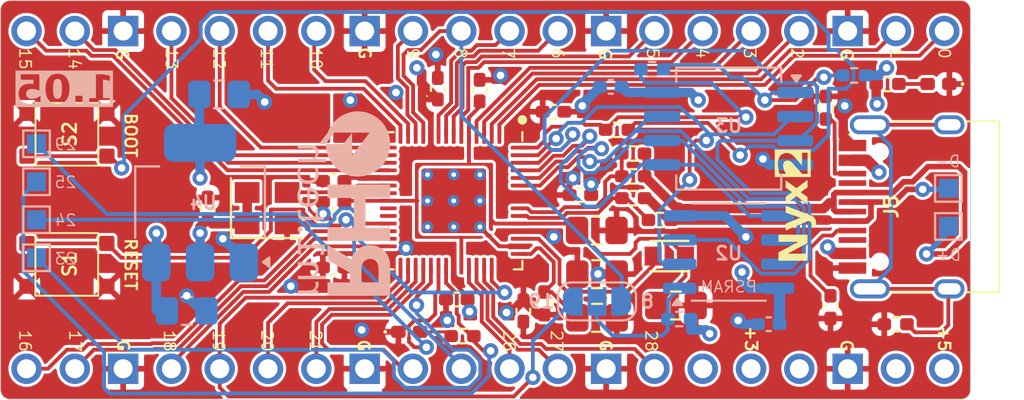
<source format=kicad_pcb>
(kicad_pcb (version 20241229) (generator "pcbnew") (generator_version "9.0")
  (title_block (title "${NAME}") (date "2025-06-23") (rev "${VERSION}") (company "Mikhail Matveev") (comment 1 "https://github.com/xtremespb/frank"))
  (layers (0 "F.Cu" signal) (4 "In1.Cu" power "GND") (6 "In2.Cu" power "PWR") (2 "B.Cu" signal) (13 "F.Paste" user) (15 "B.Paste" user) (5 "F.SilkS" user "F.Silkscreen") (7 "B.SilkS" user "B.Silkscreen") (1 "F.Mask" user) (3 "B.Mask" user) (25 "Edge.Cuts" user))
  (property "NAME" "Nyx 2")
  (property "VERSION" "1.05")
  (net 0 "")
  (net 1 "VBUS")
  (net 2 "GND")
  (net 3 "+3V3")
  (net 4 "/RP2350A/VREG_AVDD")
  (net 7 "Net-(J5-SHIELD)")
  (net 9 "Net-(J5-CC1)")
  (net 10 "/RP2350A/VREG_LX")
  (net 11 "Net-(J5-CC2)")
  (net 13 "/RP2350A/QSPI_SS")
  (net 14 "/RP2350A/~{USB_BOOT}")
  (net 15 "/RP2350A/FLASH_SS")
  (net 16 "/RP2350A/QSPI_SD3")
  (net 17 "/RP2350A/QSPI_SD1")
  (net 18 "/RP2350A/XOUT")
  (net 19 "/RP2350A/QSPI_SD2")
  (net 20 "/RP2350A/QSPI_SD0")
  (net 21 "/RP2350A/XIN")
  (net 22 "/RP2350A/QSPI_SCLK")
  (net 23 "/GPIO16")
  (net 24 "/GPIO0")
  (net 25 "/GPIO1")
  (net 26 "/GPIO2")
  (net 27 "/GPIO3")
  (net 28 "/GPIO5")
  (net 29 "/GPIO4")
  (net 30 "/GPIO15")
  (net 31 "/GPIO14")
  (net 32 "/GPIO21")
  (net 33 "/D+")
  (net 34 "/D-")
  (net 35 "Net-(LD1-A)")
  (net 36 "Net-(LD2-A)")
  (net 37 "/GPIO6")
  (net 38 "/GPIO7")
  (net 39 "/GPIO8")
  (net 40 "/GPIO9")
  (net 41 "/GPIO10")
  (net 42 "/GPIO11")
  (net 43 "/GPIO12")
  (net 44 "/GPIO13")
  (net 45 "/GPIO28")
  (net 46 "/GPIO27")
  (net 47 "/GPIO26")
  (net 48 "/RUN")
  (net 49 "/GPIO22")
  (net 50 "/GPIO19")
  (net 51 "/GPIO24")
  (net 52 "/SWD")
  (net 53 "/SWCLK")
  (net 54 "/GPIO23")
  (net 55 "/GPIO20")
  (net 56 "/GPIO18")
  (net 57 "/GPIO29")
  (net 58 "/GPIO17")
  (net 59 "VS")
  (net 60 "Net-(U1-USB_DP)")
  (net 61 "+1V1")
  (net 62 "Net-(U1-USB_DM)")
  (net 63 "GPIO25")
  (net 64 "/RP2350A/PSRAM_CE")
  (footprint "FRANK:LED (0402)" (layer "F.Cu") (at 112.1 45.8)
    (property "Reference" "LD1" (hide yes))
    (property "Value" "Blue" (hide yes))
  )
  (footprint "FRANK:Button (SMD, 3x3mm, 1-1)" (layer "F.Cu") (at 92.44 40.6)
    (property "Reference" "S1")
    (property "Value" "Reset" (hide yes))
  )
  (footprint "FRANK:Capacitor (0402)" (layer "F.Cu") (at 119.6875 34.2125)
    (property "Reference" "C4" (hide yes))
    (property "Value" "100n" (hide yes))
  )
  (footprint "FRANK:Resistor (0402)" (layer "F.Cu") (at 123.88 38.7625 180)
    (property "Reference" "R4" (hide yes))
    (property "Value" "150R" (hide yes))
  )
  (footprint "FRANK:QFN 60 (RP2350A)" (layer "F.Cu") (at 114.4375 38.9 -90)
    (property "Reference" "U1" (hide yes))
    (property "Value" "RP2350" (hide yes))
  )
  (footprint "FRANK:Capacitor (0402)" (layer "F.Cu") (at 115.8 33.1 90)
    (property "Reference" "C1" (hide yes))
    (property "Value" "100n" (hide yes))
  )
  (footprint "FRANK:Resistor (0402)" (layer "F.Cu") (at 123.8725 36.4125 180)
    (property "Reference" "R1" (hide yes))
    (property "Value" "150R" (hide yes))
  )
  (footprint "FRANK:USB Type C" (layer "F.Cu") (at 143.1 39.218 90)
    (property "Reference" "J5")
    (property "Value" "USB4215-03-A")
  )
  (footprint "FRANK:Capacitor (0805)" (layer "F.Cu") (at 126.125 44.4125)
    (property "Reference" "C14" (hide yes))
    (property "Value" "4.7u")
  )
  (footprint "FRANK:Capacitor (0402)" (layer "F.Cu") (at 108.125 42.4125 180)
    (property "Reference" "C7" (hide yes))
    (property "Value" "100n" (hide yes))
  )
  (footprint "FRANK:Capacitor (0402)" (layer "F.Cu") (at 108.125 38.9625 180)
    (property "Reference" "C3" (hide yes))
    (property "Value" "100n" (hide yes))
  )
  (footprint "FRANK:CON_PICO_1-20" (layer "F.Cu") (at 116.1036 29.9636 -90)
    (property "Reference" "J2" (hide yes))
    (property "Value" "~")
  )
  (footprint "FRANK:Button (SMD, 3x3mm, 1-1)" (layer "F.Cu") (at 92.445 33.75)
    (property "Reference" "S2")
    (property "Value" "TS-1233" (hide yes))
  )
  (footprint "FRANK:Capacitor (0805)" (layer "F.Cu") (at 121.975 42.7625)
    (property "Reference" "C13" (hide yes))
    (property "Value" "4.7u")
  )
  (footprint "FRANK:Capacitor (0805)" (layer "F.Cu") (at 121.975 45.0625)
    (property "Reference" "C12" (hide yes))
    (property "Value" "4.7u")
  )
  (footprint "FRANK:Resistor (0402)" (layer "F.Cu") (at 137.25 32.75 180)
    (property "Reference" "R12" (hide yes))
    (property "Value" "1K" (hide yes))
  )
  (footprint "FRANK:Capacitor (0402)" (layer "F.Cu") (at 118.1 44.7 -90)
    (property "Reference" "C9" (hide yes))
    (property "Value" "100n" (hide yes))
  )
  (footprint "FRANK:Capacitor (0805)" (layer "F.Cu") (at 121.9625 40.4625)
    (property "Reference" "C2" (hide yes))
    (property "Value" "4.7u")
  )
  (footprint "FRANK:Capacitor (0402)" (layer "F.Cu") (at 121.1 38.6)
    (property "Reference" "C10" (hide yes))
    (property "Value" "100n" (hide yes))
  )
  (footprint "FRANK:Capacitor (0402)" (layer "F.Cu") (at 114.6 44.1 180)
    (property "Reference" "C8" (hide yes))
    (property "Value" "100n" (hide yes))
  )
  (footprint "FRANK:Resistor (0402)" (layer "F.Cu") (at 125.275 39.9125 180)
    (property "Reference" "R5" (hide yes))
    (property "Value" "33R" (hide yes))
  )
  (footprint "FRANK:Resistor (0402)" (layer "F.Cu") (at 134 34 -90)
    (property "Reference" "R13" (hide yes))
    (property "Value" "5.1K" (hide yes))
  )
  (footprint "FRANK:Crystal (3225, active)" (layer "F.Cu") (at 104.625 39.2875)
    (property "Reference" "Y1" (hide yes))
    (property "Value" "ASE-12MHz" (hide yes))
  )
  (footprint "FRANK:Resistor (0402)" (layer "F.Cu") (at 114.9 46.025)
    (property "Reference" "R10" (hide yes))
    (property "Value" "1K" (hide yes))
  )
  (footprint "FRANK:Resistor (0402)" (layer "F.Cu") (at 119.2 44.3 90)
    (property "Reference" "R2" (hide yes))
    (property "Value" "33" (hide yes))
  )
  (footprint "FRANK:Capacitor (0402)" (layer "F.Cu") (at 113.6 33 90)
    (property "Reference" "C5" (hide yes))
    (property "Value" "100n" (hide yes))
  )
  (footprint "FRANK:IND_LQH2MCN100K02L" (layer "F.Cu") (at 125.775 41.8125 180)
    (property "Reference" "L1" (hide yes))
    (property "Value" "3.3u" (hide yes))
  )
  (footprint "FRANK:LED (0402)" (layer "F.Cu") (at 139.93 32.75 180)
    (property "Reference" "LD2" (hide yes))
    (property "Value" "Green" (hide yes))
  )
  (footprint "FRANK:Resistor (0402)" (layer "F.Cu") (at 123.025 35.1625)
    (property "Reference" "R6" (hide yes))
    (property "Value" "1K" (hide yes))
  )
  (footprint "FRANK:Resistor (0402)" (layer "F.Cu") (at 134.25 44.5 90)
    (property "Reference" "R11" (hide yes))
    (property "Value" "5.1K" (hide yes))
  )
  (footprint "FRANK:Resistor (0402)" (layer "F.Cu") (at 137.675 45.4 180)
    (property "Reference" "R14" (hide yes))
    (property "Value" "1M" (hide yes))
  )
  (footprint "FRANK:CON_PICO_21-40" (layer "F.Cu") (at 116.1036 47.7436 -90)
    (property "Reference" "J1" (hide yes))
    (property "Value" "~")
  )
  (footprint "FRANK:Capacitor (0402)" (layer "F.Cu") (at 101.5 39.3 90)
    (property "Reference" "C11" (hide yes))
    (property "Value" "100n" (hide yes))
  )
  (footprint "FRANK:Resistor (0402)" (layer "F.Cu") (at 123.8775 37.6125 180)
    (property "Reference" "R3" (hide yes))
    (property "Value" "33R" (hide yes))
  )
  (footprint "FRANK:Capacitor (0402)" (layer "F.Cu") (at 108.125 37.85 180)
    (property "Reference" "C6" (hide yes))
    (property "Value" "100n" (hide yes))
  )
  (footprint "FRANK:Capacitor (0805)" (layer "B.Cu") (at 102.1 33.3)
    (property "Reference" "C18" (hide yes))
    (property "Value" "10u")
  )
  (footprint "FRANK:Test Points (1mm x 5)" (layer "B.Cu") (at 92.5 41.9)
    (property "Reference" "J3" (hide yes))
    (property "Value" "~" (hide yes))
  )
  (footprint "FRANK:Resistor (0402)" (layer "B.Cu") (at 124.875 31.975)
    (property "Reference" "R9" (hide yes))
    (property "Value" "0R" (hide yes))
  )
  (footprint "FRANK:Capacitor (0402)" (layer "B.Cu") (at 131 45.4 180)
    (property "Reference" "C15" (hide yes))
    (property "Value" "100n" (hide yes))
  )
  (footprint "FRANK:SO-8" (layer "B.Cu") (at 128.9 41.6)
    (property "Reference" "U2")
    (property "Value" "ESP-PSRAM32")
  )
  (footprint "FRANK:Resistor (0402)" (layer "B.Cu") (at 135.5 32.3 180)
    (property "Reference" "R8" (hide yes))
    (property "Value" "10K" (hide yes))
  )
  (footprint "FRANK:Resistor (0402)" (layer "B.Cu") (at 126.3 45.125)
    (property "Reference" "R7" (hide yes))
    (property "Value" "10K" (hide yes))
  )
  (footprint "FRANK:SOIC-8" (layer "B.Cu") (at 128.9 35.1 180)
    (property "Reference" "U3")
    (property "Value" "W25Q128JVS")
  )
  (footprint "FRANK:Capacitor (0402)" (layer "B.Cu") (at 122.7 32.9 180)
    (property "Reference" "C16" (hide yes))
    (property "Value" "100n" (hide yes))
  )
  (footprint "FRANK:Jumper (solder, 3 pins)" (layer "B.Cu") (at 121.975 44.2 180)
    (property "Reference" "JP1" (hide yes))
    (property "Value" "PSRAM CE Pin")
  )
  (footprint "FRANK:Capacitor (0805)" (layer "B.Cu") (at 100.4 44.7)
    (property "Reference" "C17" (hide yes))
    (property "Value" "10u")
  )
  (footprint "FRANK:Test Points (1mm x 2)" (layer "B.Cu") (at 140.45 40.25)
    (property "Reference" "J4" (hide yes))
    (property "Value" "~" (hide yes))
  )
  (footprint "FRANK:SOT-223" (layer "B.Cu") (at 101.1 39 90)
    (property "Reference" "U4")
    (property "Value" "NCP1117 3.3")
  )
  (gr_poly (pts (xy 111.095122 35.824401) (xy 111.089595 35.740196) (xy 111.079947 35.656674) (xy 111.066236 35.573975) (xy 111.048519 35.492241) (xy 111.026853 35.411613) (xy 111.001296 35.332233) (xy 110.971903 35.254241) (xy 110.938734 35.17778) (xy 110.901845 35.102989) (xy 110.861293 35.030012) (xy 110.817135 34.958988) (xy 110.769429 34.890059) (xy 110.718232 34.823366) (xy 110.663601 34.759051) (xy 110.605593 34.697255) (xy 110.544587 34.638418) (xy 110.481017 34.582922) (xy 110.415023 34.530828) (xy 110.346745 34.482194) (xy 110.276325 34.43708) (xy 110.203903 34.395545) (xy 110.129619 34.357648) (xy 110.053613 34.323447) (xy 109.976027 34.293003) (xy 109.897001 34.266374) (xy 109.816675 34.24362) (xy 109.735189 34.224799) (xy 109.652685 34.209971) (xy 109.569303 34.199194) (xy 109.485183 34.192529) (xy 109.400466 34.190033) (xy 109.302806 34.192939) (xy 109.206059 34.201439) (xy 109.110439 34.215429) (xy 109.016158 34.234803) (xy 108.923428 34.259457) (xy 108.832462 34.289286) (xy 108.743471 34.324184) (xy 108.65667 34.364047) (xy 108.572269 34.408769) (xy 108.490482 34.458247) (xy 108.411521 34.512374) (xy 108.335599 34.571046) (xy 108.262927 34.634158) (xy 108.193718 34.701604) (xy 108.128186 34.773281) (xy 108.066542 34.849083) (xy 108.026946 34.902421) (xy 107.989486 34.957189) (xy 107.954196 35.013322) (xy 107.921112 35.070755) (xy 107.890271 35.129423) (xy 107.861709 35.18926) (xy 107.835461 35.250202) (xy 107.811563 35.312182) (xy 107.750709 35.389466) (xy 107.34968 35.906727) (xy 107.706893 35.906727) (xy 107.708112 35.906727) (xy 107.972219 35.565336) (xy 108.10914 35.389466) (xy 108.169995 35.312182) (xy 110.0157 35.312182) (xy 109.555034 35.906727) (xy 109.160091 36.415466) (xy 109.092544 36.502488) (xy 109.092544 35.906725) (xy 108.30144 36.927248) (xy 108.263101 36.976541) (xy 108.300831 36.927248) (xy 108.361685 36.84753) (xy 109.091935 35.906725) (xy 108.633707 35.906725) (xy 107.949706 36.787894) (xy 107.958844 36.80365) (xy 107.968038 36.819006) (xy 107.977347 36.834019) (xy 107.986827 36.848748) (xy 108.008038 36.881011) (xy 108.029966 36.912773) (xy 108.052602 36.944022) (xy 108.075937 36.974746) (xy 108.099961 37.004935) (xy 108.124666 37.034575) (xy 108.150043 37.063656) (xy 108.176082 37.092165) (xy 108.176084 37.092165) (xy 108.203497 37.120724) (xy 108.231538 37.148613) (xy 108.260196 37.175822) (xy 108.289457 37.202341) (xy 108.319307 37.22816) (xy 108.349735 37.253272) (xy 108.380726 37.277665) (xy 108.412269 37.30133) (xy 108.444349 37.324258) (xy 108.476954 37.34644) (xy 108.510071 37.367865) (xy 108.543687 37.388525) (xy 108.577788 37.408409) (xy 108.612363 37.427509) (xy 108.647397 37.445815) (xy 108.682878 37.463318) (xy 108.725277 37.482813) (xy 108.768145 37.501092) (xy 108.811457 37.518148) (xy 108.855185 37.533974) (xy 108.899305 37.548566) (xy 108.943788 37.561916) (xy 108.98861 37.57402) (xy 109.033744 37.584871) (xy 109.079163 37.594462) (xy 109.124843 37.60279) (xy 109.170755 37.609846) (xy 109.216875 37.615625) (xy 109.263175 37.620122) (xy 109.309631 37.62333) (xy 109.356214 37.625244) (xy 109.402901 37.625857) (xy 109.48746 37.623248) (xy 109.571418 37.616485) (xy 109.654637 37.605626) (xy 109.736977 37.590732) (xy 109.818297 37.571861) (xy 109.898458 37.549071) (xy 109.97732 37.522421) (xy 110.054745 37.491972) (xy 110.130591 37.45778) (xy 110.204719 37.419906) (xy 110.276991 37.378408) (xy 110.347265 37.333346) (xy 110.415402 37.284777) (xy 110.481263 37.232762) (xy 110.544708 37.177358) (xy 110.605597 37.118625) (xy 110.663498 37.056945) (xy 110.718037 36.992755) (xy 110.769154 36.926195) (xy 110.816794 36.857405) (xy 110.860899 36.786526) (xy 110.901413 36.713699) (xy 110.938278 36.639064) (xy 110.971438 36.562761) (xy 111.000835 36.484931) (xy 111.026412 36.405715) (xy 111.048113 36.325252) (xy 111.06588 36.243684) (xy 111.079656 36.16115) (xy 111.089385 36.077791) (xy 111.095009 35.993748) (xy 111.096471 35.909162) (xy 111.096471 35.909147)) (stroke (width -0.000001)) (fill yes) (layer "B.SilkS"))
  (gr_poly (pts (xy 108.220503 35.909162) (xy 107.709935 35.909162) (xy 107.710805 35.967197) (xy 107.713617 36.025056) (xy 107.718357 36.082691) (xy 107.725013 36.140056) (xy 107.733573 36.197103) (xy 107.744023 36.253787) (xy 107.75635 36.31006) (xy 107.770543 36.365876) (xy 107.786588 36.421188) (xy 107.804473 36.475949) (xy 107.824184 36.530112) (xy 107.84571 36.583632) (xy 107.869037 36.63646) (xy 107.894153 36.688551) (xy 107.921045 36.739857) (xy 107.949701 36.790332) (xy 108.633703 35.909162)) (stroke (width -0.000001)) (fill yes) (layer "B.SilkS"))
  (gr_poly (pts (xy 111.098813 42.291153) (xy 111.094922 42.229061) (xy 111.0885 42.168588) (xy 111.079599 42.109761) (xy 111.068273 42.052609) (xy 111.054573 41.997161) (xy 111.038551 41.943444) (xy 111.02026 41.891487) (xy 110.999753 41.841318) (xy 110.97708 41.792966) (xy 110.952295 41.746459) (xy 110.92545 41.701824) (xy 110.896597 41.659091) (xy 110.865789 41.618288) (xy 110.833076 41.579443) (xy 110.798513 41.542584) (xy 110.762151 41.507739) (xy 110.724042 41.474938) (xy 110.684239 41.444208) (xy 110.642794 41.415577) (xy 110.599759 41.389074) (xy 110.555187 41.364727) (xy 110.509129 41.342565) (xy 110.461638 41.322615) (xy 110.412766 41.304907) (xy 110.362566 41.289467) (xy 110.311089 41.276326) (xy 110.258388 41.26551) (xy 110.204516 41.257048) (xy 110.149524 41.250969) (xy 110.093465 41.247301) (xy 110.036391 41.246072) (xy 109.982475 41.247131) (xy 109.930144 41.25026) (xy 109.879391 41.255392) (xy 109.830208 41.262459) (xy 109.782586 41.271392) (xy 109.736517 41.282123) (xy 109.691993 41.294583) (xy 109.649007 41.308705) (xy 109.607548 41.324419) (xy 109.567611 41.341658) (xy 109.529186 41.360354) (xy 109.492266 41.380438) (xy 109.456841 41.401841) (xy 109.422905 41.424496) (xy 109.359465 41.473287) (xy 109.301879 41.526263) (xy 109.250083 41.58288) (xy 109.204011 41.64259) (xy 109.1636 41.704846) (xy 109.128783 41.769103) (xy 109.099495 41.834814) (xy 109.075671 41.901432) (xy 109.057247 41.968411) (xy 107.800609 41.226599) (xy 107.8 42.031091) (xy 108.970226 42.681013) (xy 108.970226 43.195839) (xy 107.797567 43.195839) (xy 107.797567 43.898096) (xy 109.59094 43.898096) (xy 109.59094 43.195839) (xy 109.59094 42.45707) (xy 109.591437 42.430972) (xy 109.59292 42.405296) (xy 109.595378 42.380069) (xy 109.598797 42.355319) (xy 109.603166 42.33107) (xy 109.608473 42.30735) (xy 109.614706 42.284186) (xy 109.621852 42.261604) (xy 109.629899 42.239631) (xy 109.638835 42.218294) (xy 109.648648 42.197618) (xy 109.659325 42.177632) (xy 109.670856 42.15836) (xy 109.683227 42.139831) (xy 109.696426 42.12207) (xy 109.710442 42.105105) (xy 109.725261 42.088961) (xy 109.740873 42.073666) (xy 109.757264 42.059246) (xy 109.774423 42.045728) (xy 109.792337 42.033138) (xy 109.810995 42.021503) (xy 109.830384 42.01085) (xy 109.850492 42.001206) (xy 109.871307 41.992596) (xy 109.892816 41.985048) (xy 109.915008 41.978587) (xy 109.937871 41.973242) (xy 109.961392 41.969039) (xy 109.985559 41.966003) (xy 110.01036 41.964162) (xy 110.035783 41.963542) (xy 110.035782 41.961717) (xy 110.061474 41.962337) (xy 110.086514 41.964178) (xy 110.110891 41.967214) (xy 110.134593 41.971419) (xy 110.157612 41.976767) (xy 110.179935 41.98323) (xy 110.201551 41.990783) (xy 110.222452 41.999399) (xy 110.242625 42.009052) (xy 110.262059 42.019715) (xy 110.280745 42.031362) (xy 110.298672 42.043966) (xy 110.315828 42.057502) (xy 110.332203 42.071942) (xy 110.347787 42.087261) (xy 110.362569 42.103431) (xy 110.376537 42.120427) (xy 110.389682 42.138222) (xy 110.401993 42.156789) (xy 110.413458 42.176103) (xy 110.424068 42.196137) (xy 110.433811 42.216864) (xy 110.442677 42.238258) (xy 110.450655 42.260292) (xy 110.457735 42.282941) (xy 110.463905 42.306178) (xy 110.469156 42.329976) (xy 110.473476 42.354309) (xy 110.476854 42.37915) (xy 110.47928 42.404474) (xy 110.480744 42.430253) (xy 110.481234 42.456462) (xy 110.481234 43.195839) (xy 109.59094 43.195839) (xy 109.59094 43.898096) (xy 111.100122 43.898096) (xy 111.100122 42.354834)) (stroke (width -0.000001)) (fill yes) (layer "B.SilkS"))
  (gr_poly (pts (xy 108.633094 35.909162) (xy 109.094368 35.909162) (xy 109.094368 35.314616)) (stroke (width -0.000001)) (fill yes) (layer "B.SilkS"))
  (gr_poly (pts (xy 109.803929 40.311353) (xy 109.803929 38.752877) (xy 111.100122 38.752877) (xy 111.100122 38.045752) (xy 107.800609 38.045752) (xy 107.8 38.752877) (xy 109.185042 38.752877) (xy 109.185042 40.311351) (xy 107.8 40.311351) (xy 107.8 41.014218) (xy 111.100122 41.014218) (xy 111.100122 40.311353)) (stroke (width -0.000001)) (fill yes) (layer "B.SilkS"))
  (gr_arc (start 141.116 28.353553) (mid 141.469568 28.499985) (end 141.616 28.853553) (stroke (width 0.05)) (layer "Edge.Cuts"))
  (gr_line (start 141.616 28.853553) (end 141.616 48.853553) (stroke (width 0.05)) (layer "Edge.Cuts"))
  (gr_arc (start 90.603553 28.853553) (mid 90.75 28.5) (end 91.103553 28.353553) (stroke (width 0.05)) (layer "Edge.Cuts"))
  (gr_arc (start 141.616 48.853553) (mid 141.469553 49.207105) (end 141.116 49.353553) (stroke (width 0.05)) (layer "Edge.Cuts"))
  (gr_line (start 91.103553 49.353553) (end 141.116 49.353553) (stroke (width 0.05)) (layer "Edge.Cuts"))
  (gr_line (start 90.603553 48.853553) (end 90.603553 28.853553) (stroke (width 0.05)) (layer "Edge.Cuts"))
  (gr_arc (start 91.103553 49.353553) (mid 90.75 49.207106) (end 90.603553 48.853553) (stroke (width 0.05)) (layer "Edge.Cuts"))
  (gr_line (start 91.103553 28.353553) (end 141.116 28.353553) (stroke (width 0.05)) (layer "Edge.Cuts"))
  (gr_text "19" (at 102.075 46.9 270) (layer "F.SilkS") (effects (font (size 0.6 0.6) (thickness 0.075)) (justify right)))
  (gr_text "13" (at 99.6 30.8 270) (layer "F.SilkS") (effects (font (size 0.6 0.6) (thickness 0.075)) (justify left)))
  (gr_text "G" (at 122.425 46.9 270) (layer "F.SilkS") (effects (font (size 0.6 0.6) (thickness 0.12) (bold yes)) (justify right)))
  (gr_text "4" (at 127.5 30.8 270) (layer "F.SilkS") (effects (font (size 0.6 0.6) (thickness 0.075)) (justify left)))
  (gr_text "17" (at 94.525 46.9 270) (layer "F.SilkS") (effects (font (size 0.6 0.6) (thickness 0.075)) (justify right)))
  (gr_text "G" (at 135.1 30.8 270) (layer "F.SilkS") (effects (font (size 0.6 0.6) (thickness 0.12) (bold yes)) (justify left)))
  (gr_text "BOOT" (at 97.45 35.45 270) (layer "F.SilkS") (effects (font (size 0.6 0.6) (thickness 0.12) (bold yes))))
  (gr_text "10" (at 107.2 30.8 270) (layer "F.SilkS") (effects (font (size 0.6 0.6) (thickness 0.075)) (justify left)))
  (gr_text "8" (at 114.8 30.8 270) (layer "F.SilkS") (effects (font (size 0.6 0.6) (thickness 0.075)) (justify left)))
  (gr_text "G" (at 122.4 30.8 270) (layer "F.SilkS") (effects (font (size 0.6 0.6) (thickness 0.12) (bold yes)) (justify left)))
  (gr_text "Nyx" (at 133.3 42.25 90) (layer "F.SilkS") (effects (font (size 1.5 1.5) (thickness 0.3) (bold yes)) (justify left bottom)))
  (gr_text "21" (at 107.175 46.9 270) (layer "F.SilkS") (effects (font (size 0.6 0.6) (thickness 0.075)) (justify right)))
  (gr_text "2" (at 133.3 37.65 90) (layer "F.SilkS" knockout) (effects (font (size 1.5 1.5) (thickness 0.3) (bold yes)) (justify left bottom)))
  (gr_text "G" (at 97.05 46.9 270) (layer "F.SilkS") (effects (font (size 0.6 0.6) (thickness 0.12) (bold yes)) (justify right)))
  (gr_text "26" (at 117.35 46.9 270) (layer "F.SilkS") (effects (font (size 0.6 0.6) (thickness 0.075)) (justify right)))
  (gr_text "11" (at 104.6 30.8 270) (layer "F.SilkS") (effects (font (size 0.6 0.6) (thickness 0.075)) (justify left)))
  (gr_text "G" (at 109.75 30.75 270) (layer "F.SilkS") (effects (font (size 0.6 0.6) (thickness 0.12) (bold yes)) (justify left)))
  (gr_text "7" (at 117.3 30.8 270) (layer "F.SilkS") (effects (font (size 0.6 0.6) (thickness 0.075)) (justify left)))
  (gr_text "5" (at 124.9 30.8 270) (layer "F.SilkS") (effects (font (size 0.6 0.6) (thickness 0.075)) (justify left)))
  (gr_text "6" (at 119.9 30.8 270) (layer "F.SilkS") (effects (font (size 0.6 0.6) (thickness 0.075)) (justify left)))
  (gr_text "27" (at 119.85 46.9 270) (layer "F.SilkS") (effects (font (size 0.6 0.6) (thickness 0.075)) (justify right)))
  (gr_text "2" (at 132.5 30.8 270) (layer "F.SilkS") (effects (font (size 0.6 0.6) (thickness 0.075)) (justify left)))
  (gr_text "RESET" (at 97.45 42.25 270) (layer "F.SilkS") (effects (font (size 0.6 0.6) (thickness 0.12) (bold yes))))
  (gr_text "9" (at 112.3 30.8 270) (layer "F.SilkS") (effects (font (size 0.6 0.6) (thickness 0.075)) (justify left)))
  (gr_text "18" (at 99.5 46.9 270) (layer "F.SilkS") (effects (font (size 0.6 0.6) (thickness 0.075)) (justify right)))
  (gr_text "+3" (at 130.075 46.9 270) (layer "F.SilkS") (effects (font (size 0.6 0.6) (thickness 0.12) (bold yes)) (justify right)))
  (gr_text "+5" (at 140.225 46.9 270) (layer "F.SilkS") (effects (font (size 0.6 0.6) (thickness 0.12) (bold yes)) (justify right)))
  (gr_text "15" (at 91.9 30.8 270) (layer "F.SilkS") (effects (font (size 0.6 0.6) (thickness 0.075)) (justify left)))
  (gr_text "16" (at 91.9 46.9 270) (layer "F.SilkS") (effects (font (size 0.6 0.6) (thickness 0.075)) (justify right)))
  (gr_text "0" (at 140.235 30.8 270) (layer "F.SilkS") (effects (font (size 0.6 0.6) (thickness 0.075)) (justify left)))
  (gr_text "12" (at 102.1 30.8 270) (layer "F.SilkS") (effects (font (size 0.6 0.6) (thickness 0.075)) (justify left)))
  (gr_text "G" (at 109.7 46.9 270) (layer "F.SilkS") (effects (font (size 0.6 0.6) (thickness 0.12) (bold yes)) (justify right)))
  (gr_text "1" (at 137.7 30.8 270) (layer "F.SilkS") (effects (font (size 0.6 0.6) (thickness 0.075)) (justify left)))
  (gr_text "14" (at 94.5 30.8 270) (layer "F.SilkS") (effects (font (size 0.6 0.6) (thickness 0.075)) (justify left)))
  (gr_text "G" (at 97 30.8 270) (layer "F.SilkS") (effects (font (size 0.6 0.6) (thickness 0.12) (bold yes)) (justify left)))
  (gr_text "20" (at 104.625 46.9 270) (layer "F.SilkS") (effects (font (size 0.6 0.6) (thickness 0.075)) (justify right)))
  (gr_text "3" (at 130 30.8 270) (layer "F.SilkS") (effects (font (size 0.6 0.6) (thickness 0.075)) (justify left)))
  (gr_text "G" (at 135.1 46.9 270) (layer "F.SilkS") (effects (font (size 0.6 0.6) (thickness 0.12) (bold yes)) (justify right)))
  (gr_text "28" (at 124.825 46.9 270) (layer "F.SilkS") (effects (font (size 0.6 0.6) (thickness 0.075)) (justify right)))
  (gr_text "25" (at 93.4 37.925 0) (layer "B.SilkS") (effects (font (size 0.6 0.6) (thickness 0.075)) (justify right mirror)))
  (gr_text "${VERSION}" (at 94 34.025 0) (layer "B.SilkS" knockout) (effects (font (size 1.5 1.5) (thickness 0.3) (bold yes)) (justify bottom mirror)))
  (gr_text "8" (at 124.2 44.2 0) (layer "B.SilkS") (effects (font (size 0.7 0.7) (thickness 0.14)) (justify right mirror)))
  (gr_text "D+" (at 140.45 41.75 0) (layer "B.SilkS") (effects (font (size 0.6 0.6) (thickness 0.075)) (justify mirror)))
  (gr_text "23" (at 93.4 41.95 0) (layer "B.SilkS") (effects (font (size 0.6 0.6) (thickness 0.075)) (justify right mirror)))
  (gr_text "PSRAM" (at 128.9 43.425 0) (layer "B.SilkS") (effects (font (size 0.6 0.6) (thickness 0.075)) (justify mirror)))
  (gr_text "29" (at 93.4 35.925 0) (layer "B.SilkS") (effects (font (size 0.6 0.6) (thickness 0.075)) (justify right mirror)))
  (gr_text "19" (at 119.8 44.2 0) (layer "B.SilkS") (effects (font (size 0.7 0.7) (thickness 0.14)) (justify left mirror)))
  (gr_text "rh1.tech" (at 106 43.975 270) (layer "B.SilkS") (effects (font (size 1.4 1.4)) (justify left bottom mirror)))
  (gr_text "D-" (at 140.4 36.825 0) (layer "B.SilkS") (effects (font (size 0.6 0.6) (thickness 0.075)) (justify mirror)))
  (gr_text "24" (at 93.4 39.925 0) (layer "B.SilkS") (effects (font (size 0.6 0.6) (thickness 0.075)) (justify right mirror)))
  (segment (start 135.405 36.768) (end 136.168 36.768) (width 0.6) (layer "F.Cu") (net 1))
  (segment (start 136.168 36.768) (end 136.8 37.4) (width 0.6) (layer "F.Cu") (net 1))
  (segment (start 134.436 41.668) (end 134.1 41.332) (width 0.6) (layer "F.Cu") (net 1))
  (segment (start 135.405 41.668) (end 134.436 41.668) (width 0.6) (layer "F.Cu") (net 1))
  (via (at 134.1 41.332) (size 0.8) (drill 0.4) (layers "F.Cu" "B.Cu") (net 1))
  (via (at 98.8 40.6) (size 0.8) (drill 0.4) (layers "F.Cu" "B.Cu") (net 1))
  (via (at 136.8 37.4) (size 0.8) (drill 0.4) (layers "F.Cu" "B.Cu") (net 1))
  (segment (start 98.8 42.15) (end 98.8 40.6) (width 0.5) (layer "B.Cu") (net 1))
  (segment (start 98.8 44.6375) (end 98.8 42.15) (width 0.5) (layer "B.Cu") (net 1))
  (segment (start 99.3625 45.2) (end 98.8 44.6375) (width 0.5) (layer "B.Cu") (net 1))
  (segment (start 123.0125 42.7625) (end 122.035645 42.7625) (width 0.5) (layer "F.Cu") (net 2))
  (segment (start 117.875 41.3) (end 116.8375 41.3) (width 0.2) (layer "F.Cu") (net 2))
  (segment (start 135.405 35.993) (end 134.919 35.507) (width 0.5) (layer "F.Cu") (net 2))
  (segment (start 116.8375 41.3) (end 115.8125 40.275) (width 0.2) (layer "F.Cu") (net 2))
  (segment (start 122.035645 42.7625) (end 122.025 42.751855) (width 0.5) (layer "F.Cu") (net 2))
  (segment (start 134.919 35.507) (end 134.919 33.981) (width 0.5) (layer "F.Cu") (net 2))
  (segment (start 134.919 33.981) (end 135 33.9) (width 0.5) (layer "F.Cu") (net 2))
  (via (at 121.2 33.9) (size 0.8) (drill 0.4) (layers "F.Cu" "B.Cu") (net 2))
  (via (at 116.9 32.3) (size 0.8) (drill 0.4) (layers "F.Cu" "B.Cu") (net 2))
  (via (at 135 33.9) (size 0.8) (drill 0.4) (layers "F.Cu" "B.Cu") (net 2))
  (via (at 102.3 40.9) (size 0.8) (drill 0.4) (layers "F.Cu" "B.Cu") (net 2))
  (via (at 113.5 31.2) (size 0.8) (drill 0.4) (layers "F.Cu" "B.Cu") (net 2))
  (via (at 129.8 40.8) (size 0.8) (drill 0.4) (layers "F.Cu" "B.Cu") (net 2))
  (via (at 109.6 45.7) (size 0.8) (drill 0.4) (layers "F.Cu" "B.Cu") (net 2))
  (via (at 129.4 45.2) (size 0.8) (drill 0.4) (layers "F.Cu" "B.Cu") (net 2))
  (via (at 122.025 42.751855) (size 0.8) (drill 0.4) (layers "F.Cu" "B.Cu") (net 2))
  (via (at 121.663658 38.029661) (size 0.8) (drill 0.4) (layers "F.Cu" "B.Cu") (net 2))
  (via (at 104.5 33.7) (size 0.8) (drill 0.4) (layers "F.Cu" "B.Cu") (net 2))
  (via (at 105.874205 43.4) (size 0.8) (drill 0.4) (layers "F.Cu" "B.Cu") (net 2))
  (via (at 100.4 43.9) (size 0.8) (drill 0.4) (layers "F.Cu" "B.Cu") (net 2))
  (via (at 114.1 45.2) (size 0.8) (drill 0.4) (layers "F.Cu" "B.Cu") (net 2))
  (via (at 107.570007 39.588644) (size 0.8) (drill 0.4) (layers "F.Cu" "B.Cu") (net 2))
  (via (at 130.7 36.7) (size 0.8) (drill 0.4) (layers "F.Cu" "B.Cu") (net 2))
  (segment (start 121.2 33.9) (end 121.2 33.8325) (width 0.5) (layer "B.Cu") (net 2))
  (segment (start 130.4325 45.4) (end 129.6 45.4) (width 0.5) (layer "B.Cu") (net 2))
  (segment (start 129.6 45.4) (end 129.4 45.2) (width 0.5) (layer "B.Cu") (net 2))
  (segment (start 126.325 39.695) (end 128.695 39.695) (width 0.5) (layer "B.Cu") (net 2))
  (segment (start 103.4 42) (end 102.3 40.9) (width 0.5) (layer "B.Cu") (net 2))
  (segment (start 132.4 37.005) (end 131.005 37.005) (width 0.5) (layer "B.Cu") (net 2))
  (segment (start 128.695 39.695) (end 129.8 40.8) (width 0.5) (layer "B.Cu") (net 2))
  (segment (start 131.005 37.005) (end 130.7 36.7) (width 0.5) (layer "B.Cu") (net 2))
  (segment (start 101.2 44.7) (end 100.4 43.9) (width 0.5) (layer "B.Cu") (net 2))
  (segment (start 104.1 33.3) (end 104.5 33.7) (width 0.5) (layer "B.Cu") (net 2))
  (segment (start 103.1375 33.3) (end 104.1 33.3) (width 0.5) (layer "B.Cu") (net 2))
  (segment (start 121.2 33.8325) (end 122.1325 32.9) (width 0.5) (layer "B.Cu") (net 2))
  (segment (start 114.4375 43.204066) (end 115.1675 43.934066) (width 0.2) (layer "F.Cu") (net 3))
  (segment (start 117.213552 44.786782) (end 117.445718 44.786782) (width 0.5) (layer "F.Cu") (net 3))
  (segment (start 101.1 40.6) (end 101.1 40.2675) (width 0.5) (layer "F.Cu") (net 3))
  (segment (start 119.2 44.8975) (end 118.865 44.8975) (width 0.5) (layer "F.Cu") (net 3))
  (segment (start 103.575 40.1125) (end 101.745 40.1125) (width 0.5) (layer "F.Cu") (net 3))
  (segment (start 112.753 32.153) (end 112.5 31.9) (width 0.5) (layer "F.Cu") (net 3))
  (segment (start 117.445718 44.786782) (end 118.1 44.1325) (width 0.5) (layer "F.Cu") (net 3))
  (segment (start 101.1 40.2675) (end 101.5 39.8675) (width 0.5) (layer "F.Cu") (net 3))
  (segment (start 114.4375 42.3375) (end 114.4375 43.204066) (width 0.2) (layer "F.Cu") (net 3))
  (segment (start 118.865 44.8975) (end 118.1 44.1325) (width 0.5) (layer "F.Cu") (net 3))
  (segment (start 108.8425 37.7) (end 111 37.7) (width 0.2) (layer "F.Cu") (net 3))
  (segment (start 101.745 40.1125) (end 101.5 39.8675) (width 0.5) (layer "F.Cu") (net 3))
  (segment (start 113.6 33.5675) (end 112.753 32.7205) (width 0.5) (layer "F.Cu") (net 3))
  (segment (start 112.753 32.7205) (end 112.753 32.153) (width 0.5) (layer "F.Cu") (net 3))
  (segment (start 136.6525 32.75) (end 136.6525 33.7525) (width 0.5) (layer "F.Cu") (net 3))
  (segment (start 136.6525 33.7525) (end 136.7 33.8) (width 0.5) (layer "F.Cu") (net 3))
  (segment (start 103.575 38.4625) (end 103.575 40.1125) (width 0.5) (layer "F.Cu") (net 3))
  (via (at 115.273023 44.732163) (size 0.8) (drill 0.4) (layers "F.Cu" "B.Cu") (net 3))
  (via (at 120.7 37.7) (size 0.8) (drill 0.4) (layers "F.Cu" "B.Cu") (net 3))
  (via (at 101.1 37.7) (size 0.8) (drill 0.4) (layers "F.Cu" "B.Cu") (net 3))
  (via (at 111.935256 41.402244) (size 0.8) (drill 0.4) (layers "F.Cu" "B.Cu") (net 3))
  (via (at 112.5 31.9) (size 0.8) (drill 0.4) (layers "F.Cu" "B.Cu") (net 3))
  (via (at 119.7 40.8) (size 0.8) (drill 0.4) (layers "F.Cu" "B.Cu") (net 3))
  (via (at 111.4 33.2) (size 0.8) (drill 0.4) (layers "F.Cu" "B.Cu") (net 3))
  (via (at 127.9 45.9) (size 0.8) (drill 0.4) (layers "F.Cu" "B.Cu") (net 3))
  (via (at 101.1 40.6) (size 0.8) (drill 0.4) (layers "F.Cu" "B.Cu") (net 3))
  (via (at 129.6 42.65) (size 0.8) (drill 0.4) (layers "F.Cu" "B.Cu") (net 3))
  (via (at 137.2 31.9) (size 0.8) (drill 0.4) (layers "F.Cu" "B.Cu") (net 3))
  (via (at 117.213552 44.786782) (size 0.8) (drill 0.4) (layers "F.Cu" "B.Cu") (net 3))
  (via (at 136.7 33.8) (size 0.8) (drill 0.4) (layers "F.Cu" "B.Cu") (net 3))
  (via (at 109 33.6) (size 0.8) (drill 0.4) (layers "F.Cu" "B.Cu") (net 3))
  (via (at 127.3 33.6) (size 0.8) (drill 0.4) (layers "F.Cu" "B.Cu") (net 3))
  (segment (start 130.005 43.505) (end 131.475 43.505) (width 0.5) (layer "B.Cu") (net 3))
  (segment (start 101.1 42.15) (end 101.1 40.6) (width 0.5) (layer "B.Cu") (net 3))
  (segment (start 123.5625 33.195) (end 123.2675 32.9) (width 0.5) (layer "B.Cu") (net 3))
  (segment (start 125.4 33.195) (end 126.895 33.195) (width 0.5) (layer "B.Cu") (net 3))
  (segment (start 125.4 33.195) (end 123.5625 33.195) (width 0.5) (layer "B.Cu") (net 3))
  (segment (start 101.0625 33.3) (end 101.0625 35.8125) (width 0.5) (layer "B.Cu") (net 3))
  (segment (start 127.7 45.7) (end 127.9 45.9) (width 0.5) (layer "B.Cu") (net 3))
  (segment (start 126.895 33.195) (end 127.3 33.6) (width 0.5) (layer "B.Cu") (net 3))
  (segment (start 126.9 45.7) (end 126.8975 45.6975) (width 0.5) (layer "B.Cu") (net 3))
  (segment (start 101.1 35.85) (end 101.1 37.7) (width 0.5) (layer "B.Cu") (net 3))
  (segment (start 131.5675 45.4) (end 131.5675 43.5975) (width 0.6) (layer "B.Cu") (net 3))
  (segment (start 136.0975 32.3) (end 136.8 32.3) (width 0.5) (layer "B.Cu") (net 3))
  (segment (start 129.6 43.1) (end 130.005 43.505) (width 0.5) (layer "B.Cu") (net 3))
  (segment (start 136.8 32.3) (end 137.2 31.9) (width 0.5) (layer "B.Cu") (net 3))
  (segment (start 126.9 45.7) (end 127.7 45.7) (width 0.5) (layer "B.Cu") (net 3))
  (segment (start 129.6 42.65) (end 129.6 43.1) (width 0.5) (layer "B.Cu") (net 3))
  (segment (start 126.8975 45.6975) (end 126.8975 45.125) (width 0.5) (layer "B.Cu") (net 3))
  (segment (start 131.5675 43.5975) (end 131.475 43.505) (width 0.6) (layer "B.Cu") (net 3))
  (segment (start 118.974322 41.4) (end 119.699 42.124678) (width 0.2) (layer "F.Cu") (net 4))
  (segment (start 119.2 43.7025) (end 119.5775 43.7025) (width 0.2) (layer "F.Cu") (net 4))
  (segment (start 117.875 41.7) (end 118.5 41.7) (width 0.2) (layer "F.Cu") (net 4))
  (segment (start 119.699 42.124678) (end 119.699 43.2035) (width 0.2) (layer "F.Cu") (net 4))
  (segment (start 118.5 41.7) (end 118.8 41.4) (width 0.2) (layer "F.Cu") (net 4))
  (segment (start 119.5775 43.7025) (end 120.9375 45.0625) (width 0.2) (layer "F.Cu") (net 4))
  (segment (start 118.8 41.4) (end 118.974322 41.4) (width 0.2) (layer "F.Cu") (net 4))
  (segment (start 119.699 43.2035) (end 119.2 43.7025) (width 0.2) (layer "F.Cu") (net 4))
  (segment (start 140.445 43.593) (end 140.445 45.45) (width 0.2) (layer "F.Cu") (net 7))
  (segment (start 136.32 34.898) (end 140.5 34.898) (width 0.2) (layer "F.Cu") (net 7))
  (segment (start 136.32 43.538) (end 140.5 43.538) (width 0.2) (layer "F.Cu") (net 7))
  (segment (start 138.6975 45.825) (end 138.2725 45.4) (width 0.2) (layer "F.Cu") (net 7))
  (segment (start 140.445 45.45) (end 140.07 45.825) (width 0.2) (layer "F.Cu") (net 7))
  (segment (start 140.07 45.825) (end 138.6975 45.825) (width 0.2) (layer "F.Cu") (net 7))
  (segment (start 137.426 36.004) (end 137.426 42.432) (width 0.2) (layer "B.Cu") (net 7))
  (segment (start 136.32 34.898) (end 137.426 36.004) (width 0.2) (layer "B.Cu") (net 7))
  (segment (start 137.426 42.432) (end 136.32 43.538) (width 0.2) (layer "B.Cu") (net 7))
  (segment (start 133.2 42.8525) (end 134.25 43.9025) (width 0.2) (layer "F.Cu") (net 9))
  (segment (start 134.348943 40.731) (end 133.851057 40.731) (width 0.2) (layer "F.Cu") (net 9))
  (segment (start 134.611943 40.468) (end 134.348943 40.731) (width 0.2) (layer "F.Cu") (net 9))
  (segment (start 133.851057 40.731) (end 133.2 41.382057) (width 0.2) (layer "F.Cu") (net 9))
  (segment (start 135.405 40.468) (end 134.611943 40.468) (width 0.2) (layer "F.Cu") (net 9))
  (segment (start 133.2 41.382057) (end 133.2 42.8525) (width 0.2) (layer "F.Cu") (net 9))
  (segment (start 117.875 40.9) (end 118.9 40.9) (width 0.2) (layer "F.Cu") (net 10))
  (segment (start 120 42) (end 120 43.282238) (width 0.2) (layer "F.Cu") (net 10))
  (segment (start 120 43.282238) (end 120.406262 43.6885) (width 0.2) (layer "F.Cu") (net 10))
  (segment (start 120.406262 43.6885) (end 123.543738 43.6885) (width 0.2) (layer "F.Cu") (net 10))
  (segment (start 118.9 40.9) (end 120 42) (width 0.2) (layer "F.Cu") (net 10))
  (segment (start 124.925 42.307238) (end 124.925 41.8125) (width 0.2) (layer "F.Cu") (net 10))
  (segment (start 123.543738 43.6885) (end 124.925 42.307238) (width 0.2) (layer "F.Cu") (net 10))
  (segment (start 134.468 34.8155) (end 134.468 35.69381) (width 0.2) (layer "F.Cu") (net 11))
  (segment (start 134.479 37.467) (end 134.48 37.468) (width 0.2) (layer "F.Cu") (net 11))
  (segment (start 134.468 35.69381) (end 134.479 35.70481) (width 0.2) (layer "F.Cu") (net 11))
  (segment (start 134.479 35.70481) (end 134.479 37.467) (width 0.2) (layer "F.Cu") (net 11))
  (segment (start 134.48 37.468) (end 135.405 37.468) (width 0.2) (layer "F.Cu") (net 11))
  (segment (start 134.25 34.5975) (end 134.468 34.8155) (width 0.2) (layer "F.Cu") (net 11))
  (segment (start 123.09 34.5) (end 122.4275 35.1625) (width 0.2) (layer "F.Cu") (net 13))
  (segment (start 122.165657 34.900657) (end 122.4275 35.1625) (width 0.2) (layer "F.Cu") (net 13))
  (segment (start 119.220772 35.377815) (end 119.598587 35) (width 0.2) (layer "F.Cu") (net 13))
  (segment (start 121.344156 34.900657) (end 122.165657 34.900657) (width 0.2) (layer "F.Cu") (net 13))
  (segment (start 117.875 36.1) (end 118.849231 36.1) (width 0.2) (layer "F.Cu") (net 13))
  (segment (start 120.443797 34.798999) (end 121.242498 34.798999) (width 0.2) (layer "F.Cu") (net 13))
  (segment (start 121.242498 34.798999) (end 121.344156 34.900657) (width 0.2) (layer "F.Cu") (net 13))
  (segment (start 120.242796 35) (end 120.443797 34.798999) (width 0.2) (layer "F.Cu") (net 13))
  (segment (start 118.849231 36.1) (end 119.220772 35.728459) (width 0.2) (layer "F.Cu") (net 13))
  (segment (start 119.220772 35.728459) (end 119.220772 35.377815) (width 0.2) (layer "F.Cu") (net 13))
  (segment (start 119.598587 35) (end 120.242796 35) (width 0.2) (layer "F.Cu") (net 13))
  (segment (start 129.8 34.5) (end 123.09 34.5) (width 0.2) (layer "F.Cu") (net 13))
  (via (at 129.8 34.5) (size 0.8) (drill 0.4) (layers "F.Cu" "B.Cu") (net 13))
  (segment (start 124.544 32.694) (end 124.2775 32.4275) (width 0.2) (layer "B.Cu") (net 13))
  (segment (start 124.2775 32.4275) (end 124.2775 31.75) (width 0.2) (layer "B.Cu") (net 13))
  (segment (start 129.8 34.5) (end 127.994 32.694) (width 0.2) (layer "B.Cu") (net 13))
  (segment (start 127.994 32.694) (end 124.544 32.694) (width 0.2) (layer "B.Cu") (net 13))
  (segment (start 96.975 37.175) (end 96.35 36.55) (width 0.2) (layer "F.Cu") (net 14))
  (segment (start 127.801 34.801) (end 129.5 36.5) (width 0.2) (layer "F.Cu") (net 14))
  (segment (start 123.660076 35.124924) (end 123.984 34.801) (width 0.2) (layer "F.Cu") (net 14))
  (segment (start 96.35 36.55) (end 91.995 36.55) (width 0.2) (layer "F.Cu") (net 14))
  (segment (start 123.984 34.801) (end 127.801 34.801) (width 0.2) (layer "F.Cu") (net 14))
  (via (at 96.975 37.175) (size 0.8) (drill 0.4) (layers "F.Cu" "B.Cu") (net 14))
  (via (at 129.5 36.5) (size 0.8) (drill 0.4) (layers "F.Cu" "B.Cu") (net 14))
  (segment (start 97.1 34.410828) (end 101.1326 30.378228) (width 0.2) (layer "B.Cu") (net 14))
  (segment (start 134.6 30.9646) (end 135.461 31.8256) (width 0.2) (layer "B.Cu") (net 14))
  (segment (start 133.028228 28.9626) (end 134.1526 30.086972) (width 0.2) (layer "B.Cu") (net 14))
  (segment (start 133.349546 36.236) (end 131.450454 36.236) (width 0.2) (layer "B.Cu") (net 14))
  (segment (start 129.964 36.036) (end 129.5 36.5) (width 0.2) (layer "B.Cu") (net 14))
  (segment (start 97.1 37.05) (end 97.1 34.410828) (width 0.2) (layer "B.Cu") (net 14))
  (segment (start 131.250454 36.036) (end 129.964 36.036) (width 0.2) (layer "B.Cu") (net 14))
  (segment (start 134.1526 30.9646) (end 134.6 30.9646) (width 0.2) (layer "B.Cu") (net 14))
  (segment (start 135.076004 32.998962) (end 134.150981 32.998962) (width 0.2) (layer "B.Cu") (net 14))
  (segment (start 134.1526 30.086972) (end 134.1526 30.9646) (width 0.2) (layer "B.Cu") (net 14))
  (segment (start 135.461 32.613966) (end 135.076004 32.998962) (width 0.2) (layer "B.Cu") (net 14))
  (segment (start 135.461 31.8256) (end 135.461 32.613966) (width 0.2) (layer "B.Cu") (net 14))
  (segment (start 131.450454 36.236) (end 131.250454 36.036) (width 0.2) (layer "B.Cu") (net 14))
  (segment (start 134.150981 35.434565) (end 133.349546 36.236) (width 0.2) (layer "B.Cu") (net 14))
  (segment (start 101.1326 29.548972) (end 101.718972 28.9626) (width 0.2) (layer "B.Cu") (net 14))
  (segment (start 101.718972 28.9626) (end 133.028228 28.9626) (width 0.2) (layer "B.Cu") (net 14))
  (segment (start 101.1326 30.378228) (end 101.1326 29.548972) (width 0.2) (layer "B.Cu") (net 14))
  (segment (start 96.975 37.175) (end 97.1 37.05) (width 0.2) (layer "B.Cu") (net 14))
  (segment (start 134.150981 32.998962) (end 134.150981 35.434565) (width 0.2) (layer "B.Cu") (net 14))
  (segment (start 133.602038 32.397962) (end 132.4 33.6) (width 0.2) (layer "F.Cu") (net 15))
  (segment (start 132.4 33.6) (end 130.8 33.6) (width 0.2) (layer "F.Cu") (net 15))
  (segment (start 133.902038 32.397962) (end 133.602038 32.397962) (width 0.2) (layer "F.Cu") (net 15))
  (via (at 130.8 33.6) (size 0.8) (drill 0.4) (layers "F.Cu" "B.Cu") (net 15))
  (via (at 133.902038 32.397962) (size 0.8) (drill 0.4) (layers "F.Cu" "B.Cu") (net 15))
  (segment (start 132.4 33.195) (end 131.205 33.195) (width 0.2) (layer "B.Cu") (net 15))
  (segment (start 129 32.4025) (end 128.3475 31.75) (width 0.2) (layer "B.Cu") (net 15))
  (segment (start 134.1 32.3) (end 134.9025 32.3) (width 0.2) (layer "B.Cu") (net 15))
  (segment (start 128.3475 31.75) (end 125.4725 31.75) (width 0.2) (layer "B.Cu") (net 15))
  (segment (start 133.902038 32.397962) (end 134.002038 32.397962) (width 0.2) (layer "B.Cu") (net 15))
  (segment (start 131.205 33.195) (end 130.8 33.6) (width 0.2) (layer "B.Cu") (net 15))
  (segment (start 130.8 33.6) (end 129.6025 32.4025) (width 0.2) (layer "B.Cu") (net 15))
  (segment (start 129.6025 32.4025) (end 129 32.4025) (width 0.2) (layer "B.Cu") (net 15))
  (segment (start 134.002038 32.397962) (end 134.1 32.3) (width 0.2) (layer "B.Cu") (net 15))
  (segment (start 118.977621 38.1) (end 117.875 38.1) (width 0.2) (layer "F.Cu") (net 16))
  (segment (start 121.599326 36.828661) (end 121.373664 36.602999) (width 0.2) (layer "F.Cu") (net 16))
  (segment (start 120.972508 36.602999) (end 120.444749 37.130758) (width 0.2) (layer "F.Cu") (net 16))
  (segment (start 119.946863 37.130758) (end 118.977621 38.1) (width 0.2) (layer "F.Cu") (net 16))
  (segment (start 121.373664 36.602999) (end 120.972508 36.602999) (width 0.2) (layer "F.Cu") (net 16))
  (segment (start 120.444749 37.130758) (end 119.946863 37.130758) (width 0.2) (layer "F.Cu") (net 16))
  (via (at 121.599326 36.828661) (size 0.8) (drill 0.4) (layers "F.Cu" "B.Cu") (net 16))
  (segment (start 132.349999 42.235) (end 132.852 41.732999) (width 0.2) (layer "B.Cu") (net 16))
  (segment (start 132.852 41.732999) (end 132.852 39.270776) (width 0.2) (layer "B.Cu") (net 16))
  (segment (start 131.475 42.235) (end 132.349999 42.235) (width 0.2) (layer "B.Cu") (net 16))
  (segment (start 124.751786 34.465) (end 122.388125 36.828661) (width 0.2) (layer "B.Cu") (net 16))
  (segment (start 122.388125 36.828661) (end 121.599326 36.828661) (width 0.2) (layer "B.Cu") (net 16))
  (segment (start 126.385356 35.234) (end 129.951356 38.8) (width 0.2) (layer "B.Cu") (net 16))
  (segment (start 129.951356 38.8) (end 132.381224 38.8) (width 0.2) (layer "B.Cu") (net 16))
  (segment (start 126.385356 35.234) (end 123.982786 35.234) (width 0.2) (layer "B.Cu") (net 16))
  (segment (start 132.852 39.270776) (end 132.381224 38.8) (width 0.2) (layer "B.Cu") (net 16))
  (segment (start 127.174076 35.725924) (end 126.844454 36.055546) (width 0.2) (layer "F.Cu") (net 17))
  (segment (start 119.821772 35.626758) (end 119.821772 35.778228) (width 0.2) (layer "F.Cu") (net 17))
  (segment (start 126.844454 36.055546) (end 126.844454 37.8) (width 0.2) (layer "F.Cu") (net 17))
  (segment (start 119.821772 35.778228) (end 119.596681 35.778228) (width 0.2) (layer "F.Cu") (net 17))
  (segment (start 119.596681 35.778228) (end 118.874909 36.5) (width 0.2) (layer "F.Cu") (net 17))
  (segment (start 127.725807 35.725924) (end 127.174076 35.725924) (width 0.2) (layer "F.Cu") (net 17))
  (segment (start 118.874909 36.5) (end 117.875 36.5) (width 0.2) (layer "F.Cu") (net 17))
  (via (at 127.725807 35.725924) (size 0.8) (drill 0.4) (layers "F.Cu" "B.Cu") (net 17))
  (via (at 119.821772 35.626758) (size 0.8) (drill 0.4) (layers "F.Cu" "B.Cu") (net 17))
  (via (at 126.844454 37.8) (size 0.8) (drill 0.4) (layers "F.Cu" "B.Cu") (net 17))
  (segment (start 125.249 42.033999) (end 125.249 39.395454) (width 0.2) (layer "B.Cu") (net 17))
  (segment (start 127.9 35.4) (end 127 34.5) (width 0.2) (layer "B.Cu") (net 17))
  (segment (start 132.219454 34.465) (end 131.284454 35.4) (width 0.2) (layer "B.Cu") (net 17))
  (segment (start 125.249 39.395454) (end 126.844454 37.8) (width 0.2) (layer "B.Cu") (net 17))
  (segment (start 125.450001 42.235) (end 125.249 42.033999) (width 0.2) (layer "B.Cu") (net 17))
  (segment (start 121.985943 33.964) (end 121.150944 34.798999) (width 0.2) (layer "B.Cu") (net 17))
  (segment (start 126.349546 33.964) (end 121.985943 33.964) (width 0.2) (layer "B.Cu") (net 17))
  (segment (start 127 34.5) (end 126.885546 34.5) (width 0.2) (layer "B.Cu") (net 17))
  (segment (start 126.325 42.235) (end 125.450001 42.235) (width 0.2) (layer "B.Cu") (net 17))
  (segment (start 121.150944 34.798999) (end 120.443797 34.798999) (width 0.2) (layer "B.Cu") (net 17))
  (segment (start 119.821772 35.421024) (end 119.821772 35.626758) (width 0.2) (layer "B.Cu") (net 17))
  (segment (start 126.885546 34.5) (end 126.349546 33.964) (width 0.2) (layer "B.Cu") (net 17))
  (segment (start 120.443797 34.798999) (end 119.821772 35.421024) (width 0.2) (layer "B.Cu") (net 17))
  (segment (start 131.284454 35.4) (end 127.9 35.4) (width 0.2) (layer "B.Cu") (net 17))
  (segment (start 119.572829 36.227758) (end 118.900587 36.9) (width 0.2) (layer "F.Cu") (net 19))
  (segment (start 118.900587 36.9) (end 117.875 36.9) (width 0.2) (layer "F.Cu") (net 19))
  (segment (start 120.69274 35.605733) (end 120.070715 36.227758) (width 0.2) (layer "F.Cu") (net 19))
  (segment (start 120.070715 36.227758) (end 119.572829 36.227758) (width 0.2) (layer "F.Cu") (net 19))
  (segment (start 120.69274 35.399999) (end 120.69274 35.59274) (width 0.2) (layer "F.Cu") (net 19))
  (segment (start 120.69274 35.399999) (end 120.69274 35.605733) (width 0.2) (layer "F.Cu") (net 19))
  (via (at 120.69274 35.399999) (size 0.8) (drill 0.4) (layers "F.Cu" "B.Cu") (net 19))
  (segment (start 133.551 32.895454) (end 133.349546 32.694) (width 0.2) (layer "B.Cu") (net 19))
  (segment (start 129.4 37.8) (end 129.377034 37.8) (width 0.2) (layer "B.Cu") (net 19))
  (segment (start 119.220772 34.479228) (end 119.220772 35.875701) (width 0.2) (layer "B.Cu") (net 19))
  (segment (start 128.3 35.9) (end 128.465 35.735) (width 0.2) (layer "B.Cu") (net 19))
  (segment (start 128.3 36.7) (end 128.3 35.9) (width 0.2) (layer "B.Cu") (net 19))
  (segment (start 128.829454 40.965) (end 130.600454 42.736) (width 0.2) (layer "B.Cu") (net 19))
  (segment (start 126.325 40.965) (end 128.829454 40.965) (width 0.2) (layer "B.Cu") (net 19))
  (segment (start 129.8 31) (end 122.7 31) (width 0.2) (layer "B.Cu") (net 19))
  (segment (start 132.505902 38.499) (end 130.101 38.499) (width 0.2) (layer "B.Cu") (net 19))
  (segment (start 130.1 38.5) (end 129.4 37.8) (width 0.2) (layer "B.Cu") (net 19))
  (segment (start 122.7 31) (end 119.220772 34.479228) (width 0.2) (layer "B.Cu") (net 19))
  (segment (start 132.580546 35.735) (end 133.551 34.764546) (width 0.2) (layer "B.Cu") (net 19))
  (segment (start 130.101 38.499) (end 130.1 38.5) (width 0.2) (layer "B.Cu") (net 19))
  (segment (start 132.349546 42.736) (end 133.153 41.932546) (width 0.2) (layer "B.Cu") (net 19))
  (segment (start 119.220772 35.875701) (end 119.572829 36.227758) (width 0.2) (layer "B.Cu") (net 19))
  (segment (start 119.572829 36.227758) (end 120.070715 36.227758) (width 0.2) (layer "B.Cu") (net 19))
  (segment (start 128.465 35.735) (end 132.4 35.735) (width 0.2) (layer "B.Cu") (net 19))
  (segment (start 128.288517 36.711483) (end 128.3 36.7) (width 0.2) (layer "B.Cu") (net 19))
  (segment (start 133.153 41.932546) (end 133.153 39.146098) (width 0.2) (layer "B.Cu") (net 19))
  (segment (start 120.070715 36.227758) (end 120.69274 35.605733) (width 0.2) (layer "B.Cu") (net 19))
  (segment (start 131.494 32.694) (end 129.8 31) (width 0.2) (layer "B.Cu") (net 19))
  (segment (start 133.551 34.764546) (end 133.551 32.895454) (width 0.2) (layer "B.Cu") (net 19))
  (segment (start 129.377034 37.8) (end 128.288517 36.711483) (width 0.2) (layer "B.Cu") (net 19))
  (segment (start 133.349546 32.694) (end 131.494 32.694) (width 0.2) (layer "B.Cu") (net 19))
  (segment (start 120.69274 35.605733) (end 120.69274 35.399999) (width 0.2) (layer "B.Cu") (net 19))
  (segment (start 130.600454 42.736) (end 132.349546 42.736) (width 0.2) (layer "B.Cu") (net 19))
  (segment (start 133.153 39.146098) (end 132.505902 38.499) (width 0.2) (layer "B.Cu") (net 19))
  (segment (start 120.195393 36.528758) (end 119.697507 36.528758) (width 0.2) (layer "F.Cu") (net 20))
  (segment (start 119.697507 36.528758) (end 118.926265 37.3) (width 0.2) (layer "F.Cu") (net 20))
  (segment (start 121.593099 35.501657) (end 121.593099 35.595097) (width 0.2) (layer "F.Cu") (net 20))
  (segment (start 120.723152 36.000999) (end 120.195393 36.528758) (width 0.2) (layer "F.Cu") (net 20))
  (segment (start 121.187197 36.000999) (end 120.723152 36.000999) (width 0.2) (layer "F.Cu") (net 20))
  (segment (start 118.926265 37.3) (end 117.875 37.3) (width 0.2) (layer "F.Cu") (net 20))
  (segment (start 121.593099 35.595097) (end 121.187197 36.000999) (width 0.2) (layer "F.Cu") (net 20))
  (via (at 121.593099 35.501657) (size 0.8) (drill 0.4) (layers "F.Cu" "B.Cu") (net 20))
  (segment (start 124.295 37.005) (end 122.1 39.2) (width 0.2) (layer "B.Cu") (net 20))
  (segment (start 120.070715 37.920658) (end 120.070715 37.024041) (width 0.2) (layer "B.Cu") (net 20))
  (segment (start 131.475 39.695) (end 129.995 39.695) (width 0.2) (layer "B.Cu") (net 20))
  (segment (start 125.4 37.005) (end 124.295 37.005) (width 0.2) (layer "B.Cu") (net 20))
  (segment (start 127.3 37) (end 127.295 37.005) (width 0.2) (layer "B.Cu") (net 20))
  (segment (start 121.350057 39.2) (end 120.070715 37.920658) (width 0.2) (layer "B.Cu") (net 20))
  (segment (start 120.070715 37.024041) (end 121.593099 35.501657) (width 0.2) (layer "B.Cu") (net 20))
  (segment (start 129.995 39.695) (end 127.3 37) (width 0.2) (layer "B.Cu") (net 20))
  (segment (start 122.1 39.2) (end 121.350057 39.2) (width 0.2) (layer "B.Cu") (net 20))
  (segment (start 127.295 37.005) (end 125.4 37.005) (width 0.2) (layer "B.Cu") (net 20))
  (segment (start 111 38.1) (end 109.388087 38.1) (width 0.2) (layer "F.Cu") (net 21))
  (segment (start 109.036587 38.4515) (end 105.686 38.4515) (width 0.2) (layer "F.Cu") (net 21))
  (segment (start 109.388087 38.1) (end 109.036587 38.4515) (width 0.2) (layer "F.Cu") (net 21))
  (segment (start 119.822185 36.829758) (end 118.951943 37.7) (width 0.2) (layer "F.Cu") (net 22))
  (segment (start 121.511217 36.102657) (end 121.311875 36.301999) (width 0.2) (layer "F.Cu") (net 22))
  (segment (start 118.951943 37.7) (end 117.875 37.7) (width 0.2) (layer "F.Cu") (net 22))
  (segment (start 120.84783 36.301999) (end 120.320071 36.829758) (width 0.2) (layer "F.Cu") (net 22))
  (segment (start 122.151632 36.102657) (end 121.511217 36.102657) (width 0.2) (layer "F.Cu") (net 22))
  (segment (start 121.311875 36.301999) (end 120.84783 36.301999) (width 0.2) (layer "F.Cu") (net 22))
  (segment (start 122.207909 36.158934) (end 122.151632 36.102657) (width 0.2) (layer "F.Cu") (net 22))
  (segment (start 120.320071 36.829758) (end 119.822185 36.829758) (width 0.2) (layer "F.Cu") (net 22))
  (via (at 122.207909 36.158934) (size 0.8) (drill 0.4) (layers "F.Cu" "B.Cu") (net 22))
  (segment (start 121.41911 36.158934) (end 122.207909 36.158934) (width 0.2) (layer "B.Cu") (net 22))
  (segment (start 120.998326 36.579718) (end 121.41911 36.158934) (width 0.2) (layer "B.Cu") (net 22))
  (segment (start 129.919678 39.194) (end 126.460678 35.735) (width 0.2) (layer "B.Cu") (net 22))
  (segment (start 123.907464 35.735) (end 122.442464 37.2) (width 0.2) (layer "B.Cu") (net 22))
  (segment (start 131.475 40.965) (end 132.349999 40.965) (width 0.2) (layer "B.Cu") (net 22))
  (segment (start 125.4 35.735) (end 123.907464 35.735) (width 0.2) (layer "B.Cu") (net 22))
  (segment (start 126.460678 35.735) (end 125.4 35.735) (width 0.2) (layer "B.Cu") (net 22))
  (segment (start 132.551 39.395454) (end 132.349546 39.194) (width 0.2) (layer "B.Cu") (net 22))
  (segment (start 122.442464 37.2) (end 122.07793 37.2) (width 0.2) (layer "B.Cu") (net 22))
  (segment (start 120.998326 37.077604) (end 120.998326 36.579718) (width 0.2) (layer "B.Cu") (net 22))
  (segment (start 122.07793 37.2) (end 121.848269 37.429661) (width 0.2) (layer "B.Cu") (net 22))
  (segment (start 121.350383 37.429661) (end 120.998326 37.077604) (width 0.2) (layer "B.Cu") (net 22))
  (segment (start 132.551 40.763999) (end 132.551 39.395454) (width 0.2) (layer "B.Cu") (net 22))
  (segment (start 132.349546 39.194) (end 129.919678 39.194) (width 0.2) (layer "B.Cu") (net 22))
  (segment (start 132.349999 40.965) (end 132.551 40.763999) (width 0.2) (layer "B.Cu") (net 22))
  (segment (start 121.848269 37.429661) (end 121.350383 37.429661) (width 0.2) (layer "B.Cu") (net 22))
  (segment (start 94.098972 46.7426) (end 93.097972 47.7436) (width 0.2) (layer "F.Cu") (net 23))
  (segment (start 107.074322 40.5) (end 104.477322 43.097) (width 0.2) (layer "F.Cu") (net 23))
  (segment (start 111 40.5) (end 107.074322 40.5) (width 0.2) (layer "F.Cu") (net 23))
  (segment (start 94.928228 46.7426) (end 94.098972 46.7426) (width 0.2) (layer "F.Cu") (net 23))
  (segment (start 93.097972 47.7436) (end 91.9736 47.7436) (width 0.2) (layer "F.Cu") (net 23))
  (segment (start 95.229228 46.4416) (end 94.928228 46.7426) (width 0.2) (layer "F.Cu") (net 23))
  (segment (start 98.532722 46.4416) (end 95.229228 46.4416) (width 0.2) (layer "F.Cu") (net 23))
  (segment (start 103.125966 43.097) (end 99.823966 46.399) (width 0.2) (layer "F.Cu") (net 23))
  (segment (start 104.477322 43.097) (end 103.125966 43.097) (width 0.2) (layer "F.Cu") (net 23))
  (segment (start 99.823966 46.399) (end 98.575322 46.399) (width 0.2) (layer "F.Cu") (net 23))
  (segment (start 98.575322 46.399) (end 98.532722 46.4416) (width 0.2) (layer "F.Cu") (net 23))
  (segment (start 116.8375 34.888178) (end 118.925678 32.8) (width 0.2) (layer "F.Cu") (net 24))
  (segment (start 130.8 32.8) (end 132.3344 31.2656) (width 0.2) (layer "F.Cu") (net 24))
  (segment (start 132.3344 31.2656) (end 138.9316 31.2656) (width 0.2) (layer "F.Cu") (net 24))
  (segment (start 138.9316 31.2656) (end 140.2336 29.9636) (width 0.2) (layer "F.Cu") (net 24))
  (segment (start 118.925678 32.8) (end 130.8 32.8) (width 0.2) (layer "F.Cu") (net 24))
  (segment (start 116.8375 35.4625) (end 116.8375 34.888178) (width 0.2) (layer "F.Cu") (net 24))
  (segment (start 116.4375 34.8625) (end 118.8 32.5) (width 0.2) (layer "F.Cu") (net 25))
  (segment (start 136.6926 30.9646) (end 137.6936 29.9636) (width 0.2) (layer "F.Cu") (net 25))
  (segment (start 130.6 32.5) (end 132.1354 30.9646) (width 0.2) (layer "F.Cu") (net 25))
  (segment (start 118.8 32.5) (end 130.6 32.5) (width 0.2) (layer "F.Cu") (net 25))
  (segment (start 116.4375 35.4625) (end 116.4375 34.8625) (width 0.2) (layer "F.Cu") (net 25))
  (segment (start 132.1354 30.9646) (end 136.6926 30.9646) (width 0.2) (layer "F.Cu") (net 25))
  (segment (start 118.575736 32.2) (end 130.3772 32.2) (width 0.2) (layer "F.Cu") (net 26))
  (segment (start 130.3772 32.2) (end 132.6136 29.9636) (width 0.2) (layer "F.Cu") (net 26))
  (segment (start 116.0375 34.738236) (end 118.575736 32.2) (width 0.2) (layer "F.Cu") (net 26))
  (segment (start 116.0375 35.4625) (end 116.0375 34.738236) (width 0.2) (layer "F.Cu") (net 26))
  (segment (start 128.1372 31.9) (end 130.0736 29.9636) (width 0.2) (layer "F.Cu") (net 27))
  (segment (start 115.6375 34.705256) (end 118.442756 31.9) (width 0.2) (layer "F.Cu") (net 27))
  (segment (start 118.442756 31.9) (end 128.1372 31.9) (width 0.2) (layer "F.Cu") (net 27))
  (segment (start 115.6375 35.4625) (end 115.6375 34.705256) (width 0.2) (layer "F.Cu") (net 27))
  (segment (start 115.075736 31.6) (end 115.61148 31.6) (width 0.2) (layer "F.Cu") (net 28))
  (segment (start 115.91148 31.3) (end 123.6572 31.3) (width 0.2) (layer "F.Cu") (net 28))
  (segment (start 114.9 33.992698) (end 114.9 31.775736) (width 0.2) (layer "F.Cu") (net 28))
  (segment (start 115.61148 31.6) (end 115.91148 31.3) (width 0.2) (layer "F.Cu") (net 28))
  (segment (start 123.6572 31.3) (end 124.9936 29.9636) (width 0.2) (layer "F.Cu") (net 28))
  (segment (start 114.9 31.775736) (end 115.075736 31.6) (width 0.2) (layer "F.Cu") (net 28))
  (segment (start 114.4375 34.455198) (end 114.9 33.992698) (width 0.2) (layer "F.Cu") (net 28))
  (segment (start 114.4375 35.4625) (end 114.4375 34.455198) (width 0.2) (layer "F.Cu") (net 28))
  (segment (start 114.8375 34.480876) (end 115.2 34.118376) (width 0.2) (layer "F.Cu") (net 29))
  (segment (start 125.8972 31.6) (end 127.5336 29.9636) (width 0.2) (layer "F.Cu") (net 29))
  (segment (start 115.2 31.9) (end 115.735744 31.9) (width 0.2) (layer "F.Cu") (net 29))
  (segment (start 115.735744 31.9) (end 116.035744 31.6) (width 0.2) (layer "F.Cu") (net 29))
  (segment (start 116.035744 31.6) (end 125.8972 31.6) (width 0.2) (layer "F.Cu") (net 29))
  (segment (start 114.8375 35.4625) (end 114.8375 34.480876) (width 0.2) (layer "F.Cu") (net 29))
  (segment (start 115.2 34.118376) (end 115.2 31.9) (width 0.2) (layer "F.Cu") (net 29))
  (segment (start 109.097917 37.292661) (end 109.09658 37.291324) (width 0.2) (layer "F.Cu") (net 30))
  (segment (start 102.539968 37.291324) (end 96.514244 31.2656) (width 0.2) (layer "F.Cu") (net 30))
  (segment (start 93.01 31) (end 91.9736 29.9636) (width 0.2) (layer "F.Cu") (net 30))
  (segment (start 95.389922 31.2656) (end 95.124322 31) (width 0.2) (layer "F.Cu") (net 30))
  (segment (start 109.09658 37.291324) (end 102.539968 37.291324) (width 0.2) (layer "F.Cu") (net 30))
  (segment (start 111 37.3) (end 110.992661 37.292661) (width 0.2) (layer "F.Cu") (net 30))
  (segment (start 95.124322 31) (end 93.01 31) (width 0.2) (layer "F.Cu") (net 30))
  (segment (start 96.514244 31.2656) (end 95.389922 31.2656) (width 0.2) (layer "F.Cu") (net 30))
  (segment (start 110.992661 37.292661) (end 109.097917 37.292661) (width 0.2) (layer "F.Cu") (net 30))
  (segment (start 111 36.9) (end 102.574322 36.9) (width 0.2) (layer "F.Cu") (net 31))
  (segment (start 102.574322 36.9) (end 96.638922 30.9646) (width 0.2) (layer "F.Cu") (net 31))
  (segment (start 95.5146 30.9646) (end 94.5136 29.9636) (width 0.2) (layer "F.Cu") (net 31))
  (segment (start 96.638922 30.9646) (end 95.5146 30.9646) (width 0.2) (layer "F.Cu") (net 31))
  (segment (start 110.999356 44.602) (end 107.898 44.602) (width 0.2) (layer "F.Cu") (net 32))
  (segment (start 107.2136 45.2864) (end 107.2136 47.7436) (width 0.2) (layer "F.Cu") (net 32))
  (segment (start 112.4375 43.163856) (end 110.999356 44.602) (width 0.2) (layer "F.Cu") (net 32))
  (segment (start 112.4375 42.3375) (end 112.4375 43.163856) (width 0.2) (layer "F.Cu") (net 32))
  (segment (start 107.898 44.602) (end 107.2136 45.2864) (width 0.2) (layer "F.Cu") (net 32))
  (segment (start 135.405 38.468) (end 134.528 38.468) (width 0.3) (layer "F.Cu") (net 33))
  (segment (start 133.8885 39.3115) (end 134.2 39) (width 0.5) (layer "F.Cu") (net 33))
  (segment (start 141 37.1) (end 141.3 37.4) (width 0.3) (layer "F.Cu") (net 33))
  (segment (start 138.580346 37.899) (end 139.379346 37.1) (width 0.3) (layer "F.Cu") (net 33))
  (segment (start 124.475 37.6125) (end 126.104 39.2415) (width 0.5) (layer "F.Cu") (net 33))
  (segment (start 139.379346 37.1) (end 141 37.1) (width 0.3) (layer "F.Cu") (net 33))
  (segment (start 134.429 39.369) (end 134.528 39.468) (width 0.3) (layer "F.Cu") (net 33))
  (segment (start 140.4 41.7) (end 139.3 41.7) (width 0.3) (layer "F.Cu") (net 33))
  (segment (start 135.405 38.468) (end 137.532 38.468) (width 0.3) (layer "F.Cu") (net 33))
  (segment (start 126.356098 39.3115) (end 133.8885 39.3115) (width 0.5) (layer "F.Cu") (net 33))
  (segment (start 141.3 40.8) (end 140.4 41.7) (width 0.3) (layer "F.Cu") (net 33))
  (segment (start 124.47 36.4125) (end 124.47 37.6075) (width 0.2) (layer "F.Cu") (net 33))
  (segment (start 134.528 39.468) (end 135.405 39.468) (width 0.3) (layer "F.Cu") (net 33))
  (segment (start 134.528 38.468) (end 134.429 38.567) (width 0.3) (layer "F.Cu") (net 33))
  (segment (start 126.104 39.2415) (end 126.286098 39.2415) (width 0.5) (layer "F.Cu") (net 33))
  (segment (start 134.429 38.567) (end 134.429 39.369) (width 0.3) (layer "F.Cu") (net 33))
  (segment (start 137.532 38.468) (end 138.101 37.899) (width 0.3) (layer "F.Cu") (net 33))
  (segment (start 126.286098 39.2415) (end 126.356098 39.3115) (width 0.5) (layer "F.Cu") (net 33))
  (segment (start 141.3 37.4) (end 141.3 40.8) (width 0.3) (layer "F.Cu") (net 33))
  (segment (start 138.101 37.899) (end 138.580346 37.899) (width 0.3) (layer "F.Cu") (net 33))
  (via (at 139.3 41.7) (size 0.8) (drill 0.4) (layers "F.Cu" "B.Cu") (net 33))
  (segment (start 140.45 40.55) (end 139.3 41.7) (width 0.3) (layer "B.Cu") (net 33))
  (segment (start 135.405 39.968) (end 134.168 39.968) (width 0.3) (layer "F.Cu") (net 34))
  (segment (start 135.405 38.968) (end 136.282 38.968) (width 0.3) (layer "F.Cu") (net 34))
  (segment (start 134.168 39.968) (end 134.1125 39.9125) (width 0.3) (layer "F.Cu") (net 34))
  (segment (start 136.168 39.968) (end 135.405 39.968) (width 0.3) (layer "F.Cu") (net 34))
  (segment (start 124.4775 38.7625) (end 124.7225 38.7625) (width 0.3) (layer "F.Cu") (net 34))
  (segment (start 125.8725 39.9125) (end 134.1125 39.9125) (width 0.5) (layer "F.Cu") (net 34))
  (segment (start 136.381 39.755) (end 136.168 39.968) (width 0.3) (layer "F.Cu") (net 34))
  (segment (start 136.381 39.067) (end 136.381 39.755) (width 0.3) (layer "F.Cu") (net 34))
  (segment (start 124.7225 38.8475) (end 125.7875 39.9125) (width 0.5) (layer "F.Cu") (net 34))
  (segment (start 138.2671 38.3) (end 139.1 38.3) (width 0.3) (layer "F.Cu") (net 34))
  (segment (start 136.282 38.968) (end 137.5991 38.968) (width 0.3) (layer "F.Cu") (net 34))
  (segment (start 136.282 38.968) (end 136.381 39.067) (width 0.3) (layer "F.Cu") (net 34))
  (segment (start 137.5991 38.968) (end 138.2671 38.3) (width 0.3) (layer "F.Cu") (net 34))
  (via (at 139.1 38.3) (size 0.8) (drill 0.4) (layers "F.Cu" "B.Cu") (net 34))
  (segment (start 139.1 38.3) (end 140.4 38.3) (width 0.3) (layer "B.Cu") (net 34))
  (segment (start 112.6725 45.8) (end 114.0775 45.8) (width 0.15) (layer "F.Cu") (net 35))
  (segment (start 139.3575 32.75) (end 137.8475 32.75) (width 0.2) (layer "F.Cu") (net 36))
  (segment (start 114.951472 31.3) (end 115.487216 31.3) (width 0.2) (layer "F.Cu") (net 37))
  (segment (start 115.787216 31) (end 118.8772 31) (width 0.2) (layer "F.Cu") (net 37))
  (segment (start 114.0375 35.4625) (end 114.0375 34.42952) (width 0.2) (layer "F.Cu") (net 37))
  (segment (start 114.6 33.86702) (end 114.6 31.651472) (width 0.2) (layer "F.Cu") (net 37))
  (segment (start 114.0375 34.42952) (end 114.6 33.86702) (width 0.2) (layer "F.Cu") (net 37))
  (segment (start 114.6 31.651472) (end 114.951472 31.3) (width 0.2) (layer "F.Cu") (net 37))
  (segment (start 115.487216 31.3) (end 115.787216 31) (width 0.2) (layer "F.Cu") (net 37))
  (segment (start 118.8772 31) (end 119.9136 29.9636) (width 0.2) (layer "F.Cu") (net 37))
  (segment (start 114.3 33.742756) (end 114.3 31.527208) (width 0.2) (layer "F.Cu") (net 38))
  (segment (start 115.662952 30.7) (end 116.6372 30.7) (width 0.2) (layer "F.Cu") (net 38))
  (segment (start 115.362952 31) (end 115.662952 30.7) (width 0.2) (layer "F.Cu") (net 38))
  (segment (start 114.827208 31) (end 115.362952 31) (width 0.2) (layer "F.Cu") (net 38))
  (segment (start 113.6375 35.4625) (end 113.6375 34.405256) (width 0.2) (layer "F.Cu") (net 38))
  (segment (start 116.6372 30.7) (end 117.3736 29.9636) (width 0.2) (layer "F.Cu") (net 38))
  (segment (start 113.6375 34.405256) (end 114.3 33.742756) (width 0.2) (layer "F.Cu") (net 38))
  (segment (start 114.3 31.527208) (end 114.827208 31) (width 0.2) (layer "F.Cu") (net 38))
  (segment (start 113.709228 29.9636) (end 114.8336 29.9636) (width 0.2) (layer "F.Cu") (net 39))
  (segment (start 111.801 31.199) (end 112.0354 30.9646) (width 0.2) (layer "F.Cu") (net 39))
  (segment (start 112.8375 34.786144) (end 112.302 34.250644) (width 0.2) (layer "F.Cu") (net 39))
  (segment (start 112.302 32.826379) (end 111.801 32.325379) (width 0.2) (layer "F.Cu") (net 39))
  (segment (start 112.302 34.250644) (end 112.302 32.826379) (width 0.2) (layer "F.Cu") (net 39))
  (segment (start 111.801 32.325379) (end 111.801 31.199) (width 0.2) (layer "F.Cu") (net 39))
  (segment (start 112.8375 35.4625) (end 112.8375 34.786144) (width 0.2) (layer "F.Cu") (net 39))
  (segment (start 112.0354 30.9646) (end 112.708228 30.9646) (width 0.2) (layer "F.Cu") (net 39))
  (segment (start 112.708228 30.9646) (end 113.709228 29.9636) (width 0.2) (layer "F.Cu") (net 39))
  (segment (start 114.8336 34.4336) (end 114.8336 29.9636) (width 0.2) (layer "B.Cu") (net 39))
  (segment (start 123.275 42.875) (end 114.8336 34.4336) (width 0.2) (layer "B.Cu") (net 39))
  (segment (start 123.275 44.2) (end 123.275 42.875) (width 0.2) (layer "B.Cu") (net 39))
  (segment (start 111.5 32.450057) (end 111.5 30.7572) (width 0.2) (layer "F.Cu") (net 40))
  (segment (start 112.4375 34.811822) (end 112.001 34.375322) (width 0.2) (layer "F.Cu") (net 40))
  (segment (start 112.001 32.951057) (end 111.5 32.450057) (width 0.2) (layer "F.Cu") (net 40))
  (segment (start 112.4375 35.4625) (end 112.4375 34.811822) (width 0.2) (layer "F.Cu") (net 40))
  (segment (start 111.5 30.7572) (end 112.2936 29.9636) (width 0.2) (layer "F.Cu") (net 40))
  (segment (start 112.001 34.375322) (end 112.001 32.951057) (width 0.2) (layer "F.Cu") (net 40))
  (segment (start 112.0375 35.4625) (end 112.0375 34.8375) (width 0.2) (layer "F.Cu") (net 41))
  (segment (start 107.7 32.6) (end 107.1 32) (width 0.2) (layer "F.Cu") (net 41))
  (segment (start 107.1 32) (end 107.1 30.0772) (width 0.2) (layer "F.Cu") (net 41))
  (segment (start 109.8 32.6) (end 107.7 32.6) (width 0.2) (layer "F.Cu") (net 41))
  (segment (start 112.0375 34.8375) (end 109.8 32.6) (width 0.2) (layer "F.Cu") (net 41))
  (segment (start 104.6736 32.5736) (end 104.6736 29.9636) (width 0.2) (layer "F.Cu") (net 42))
  (segment (start 105.1 33) (end 104.6736 32.5736) (width 0.2) (layer "F.Cu") (net 42))
  (segment (start 111.6375 35.4625) (end 111.6375 34.9375) (width 0.2) (layer "F.Cu") (net 42))
  (segment (start 111.6375 34.9375) (end 109.7 33) (width 0.2) (layer "F.Cu") (net 42))
  (segment (start 109.7 33) (end 105.1 33) (width 0.2) (layer "F.Cu") (net 42))
  (segment (start 111 36.1) (end 104.3 36.1) (width 0.2) (layer "F.Cu") (net 43))
  (segment (start 102.1336 33.9336) (end 102.1336 29.9636) (width 0.2) (layer "F.Cu") (net 43))
  (segment (start 104.3 36.1) (end 102.1336 33.9336) (width 0.2) (layer "F.Cu") (net 43))
  (segment (start 111 36.5) (end 102.6 36.5) (width 0.2) (layer "F.Cu") (net 44))
  (segment (start 102.6 36.5) (end 99.5936 33.4936) (width 0.2) (layer "F.Cu") (net 44))
  (segment (start 99.5936 33.4936) (end 99.5936 29.9636) (width 0.2) (layer "F.Cu") (net 44))
  (segment (start 116.0375 42.3375) (end 116.0375 43.156508) (width 0.2) (layer "F.Cu") (net 45))
  (segment (start 123.95 46.7) (end 124.9936 47.7436) (width 0.2) (layer "F.Cu") (net 45))
  (segment (start 116.514 45.014) (end 117.9416 46.4416) (width 0.2) (layer "F.Cu") (net 45))
  (segment (start 117.9416 46.4416) (end 119.037278 46.4416) (width 0.2) (layer "F.Cu") (net 45))
  (segment (start 119.037278 46.4416) (end 119.295678 46.7) (width 0.2) (layer "F.Cu") (net 45))
  (segment (start 116.514 43.633008) (end 116.514 45.014) (width 0.2) (layer "F.Cu") (net 45))
  (segment (start 119.295678 46.7) (end 123.95 46.7) (width 0.2) (layer "F.Cu") (net 45))
  (segment (start 116.0375 43.156508) (end 116.514 43.633008) (width 0.2) (layer "F.Cu") (net 45))
  (segment (start 116.213 45.138678) (end 117.816922 46.7426) (width 0.2) (layer "F.Cu") (net 46))
  (segment (start 118.9126 46.7426) (end 119.9136 47.7436) (width 0.2) (layer "F.Cu") (net 46))
  (segment (start 116.213 43.757686) (end 116.213 45.138678) (width 0.2) (layer "F.Cu") (net 46))
  (segment (start 115.6375 43.182186) (end 116.213 43.757686) (width 0.2) (layer "F.Cu") (net 46))
  (segment (start 117.816922 46.7426) (end 118.9126 46.7426) (width 0.2) (layer "F.Cu") (net 46))
  (segment (start 115.6375 42.3375) (end 115.6375 43.182186) (width 0.2) (layer "F.Cu") (net 46))
  (segment (start 115.2375 42.3375) (end 115.2375 43.20645) (width 0.2) (layer "F.Cu") (net 47))
  (segment (start 115.912 43.88095) (end 115.912 45.263356) (width 0.2) (layer "F.Cu") (net 47))
  (segment (start 115.912 45.263356) (end 117.3736 46.724956) (width 0.2) (layer "F.Cu") (net 47))
  (segment (start 117.3736 46.724956) (end 117.3736 47.7436) (width 0.2) (layer "F.Cu") (net 47))
  (segment (start 115.2375 43.20645) (end 115.912 43.88095) (width 0.2) (layer "F.Cu") (net 47))
  (segment (start 108.972007 40.1) (end 111 40.1) (width 0.2) (layer "F.Cu") (net 48))
  (segment (start 104.824 39.3615) (end 104.824 40.4655) (width 0.2) (layer "F.Cu") (net 48))
  (segment (start 104.824 40.4655) (end 103.3895 41.9) (width 0.2) (layer "F.Cu") (net 48))
  (segment (start 96.955 41.9) (end 96.2 41.145) (width 0.2) (layer "F.Cu") (net 48))
  (segment (start 108.771007 39.899) (end 108.972007 40.1) (width 0.2) (layer "F.Cu") (net 48))
  (segment (start 108.771007 39.899) (end 108.471007 40.199) (width 0.2) (layer "F.Cu") (net 48))
  (segment (start 106.526 39.3615) (end 104.824 39.3615) (width 0.2) (layer "F.Cu") (net 48))
  (segment (start 103.3895 41.9) (end 96.955 41.9) (width 0.2) (layer "F.Cu") (net 48))
  (segment (start 106.526 39.526) (end 106.526 39.3615) (width 0.2) (layer "F.Cu") (net 48))
  (segment (start 107.199 40.199) (end 106.526 39.526) (width 0.2) (layer "F.Cu") (net 48))
  (segment (start 96.2 41.145) (end 91.99 41.145) (width 0.2) (layer "F.Cu") (net 48))
  (segment (start 108.471007 40.199) (end 107.199 40.199) (width 0.2) (layer "F.Cu") (net 48))
  (via (at 108.771007 39.899) (size 0.8) (drill 0.4) (layers "F.Cu" "B.Cu") (net 48))
  (segment (start 109.2 39.901416) (end 109.2 41.962091) (width 0.2) (layer "B.Cu") (net 48))
  (segment (start 109.197584 39.899) (end 109.2 39.901416) (width 0.2) (layer "B.Cu") (net 48))
  (segment (start 108.771007 39.899) (end 109.197584 39.899) (width 0.2) (layer "B.Cu") (net 48))
  (segment (start 109.2 41.962091) (end 114.8336 47.595691) (width 0.2) (layer "B.Cu") (net 48))
  (segment (start 107.5146 45.411078) (end 107.5146 46.4146) (width 0.2) (layer "F.Cu") (net 49))
  (segment (start 112.8375 43.189534) (end 111.124034 44.903) (width 0.2) (layer "F.Cu") (net 49))
  (segment (start 107.5146 46.4146) (end 107.8426 46.7426) (width 0.2) (layer "F.Cu") (net 49))
  (segment (start 112.8375 42.3375) (end 112.8375 43.189534) (width 0.2) (layer "F.Cu") (net 49))
  (segment (start 108.022678 44.903) (end 107.5146 45.411078) (width 0.2) (layer "F.Cu") (net 49))
  (segment (start 107.8426 46.7426) (end 110.7546 46.7426) (width 0.2) (layer "F.Cu") (net 49))
  (segment (start 111.124034 44.903) (end 108.022678 44.903) (width 0.2) (layer "F.Cu") (net 49))
  (segment (start 110.7546 46.7426) (end 111.7556 47.7436) (width 0.2) (layer "F.Cu") (net 49))
  (segment (start 103.5 44) (end 102.1336 45.3664) (width 0.2) (layer "F.Cu") (net 50))
  (segment (start 102.6 49.2) (end 102.1336 48.7336) (width 0.2) (layer "F.Cu") (net 50))
  (segment (start 111.6375 43.1125) (end 110.75 44) (width 0.2) (layer "F.Cu") (net 50))
  (segment (start 102.1336 48.7336) (end 102.1336 47.7436) (width 0.2) (layer "F.Cu") (net 50))
  (segment (start 118.6 48.2) (end 117.6 49.2) (width 0.2) (layer "F.Cu") (net 50))
  (segment (start 102.1336 45.3664) (end 102.1336 47.7436) (width 0.2) (layer "F.Cu") (net 50))
  (segment (start 117.6 49.2) (end 102.6 49.2) (width 0.2) (layer "F.Cu") (net 50))
  (segment (start 110.75 44) (end 103.5 44) (width 0.2) (layer "F.Cu") (net 50))
  (segment (start 111.6375 42.3375) (end 111.6375 43.1125) (width 0.2) (layer "F.Cu") (net 50))
  (via (at 118.6 48.2) (size 0.8) (drill 0.4) (layers "F.Cu" "B.Cu") (net 50))
  (segment (start 118.6 46.275) (end 118.6 48.2) (width 0.2) (layer "B.Cu") (net 50))
  (segment (start 120.675 44.2) (end 118.6 46.275) (width 0.2) (layer "B.Cu") (net 50))
  (segment (start 112.086 46.10361) (end 112.086 45.489034) (width 0.15) (layer "F.Cu") (net 51))
  (segment (start 112.086 45.489034) (end 112.375034 45.2) (width 0.2) (layer "F.Cu") (net 51))
  (segment (start 112.366295 46.611981) (end 112.086 46.331686) (width 0.2) (layer "F.Cu") (net 51))
  (segment (start 112.999947 46.611981) (end 112.366295 46.611981) (width 0.2) (layer "F.Cu") (net 51))
  (segment (start 113.6375 43.619744) (end 113.6375 42.3375) (width 0.2) (layer "F.Cu") (net 51))
  (segment (start 113.464 44.863966) (end 113.464 43.793244) (width 0.2) (layer "F.Cu") (net 51))
  (segment (start 112.086 46.331686) (end 112.086 46.10361) (width 0.2) (layer "F.Cu") (net 51))
  (segment (start 113.464 43.793244) (end 113.6375 43.619744) (width 0.2) (layer "F.Cu") (net 51))
  (segment (start 113.127966 45.2) (end 113.464 44.863966) (width 0.2) (layer "F.Cu") (net 51))
  (segment (start 112.375034 45.2) (end 113.127966 45.2) (width 0.2) (layer "F.Cu") (net 51))
  (via (at 112.999947 46.611981) (size 0.8) (drill 0.4) (layers "F.Cu" "B.Cu") (net 51))
  (segment (start 92.5 39.9) (end 106.287966 39.9) (width 0.2) (layer "B.Cu") (net 51))
  (segment (start 106.287966 39.9) (end 112.999947 46.611981) (width 0.2) (layer "B.Cu") (net 51))
  (segment (start 113.2375 43.215212) (end 113.2375 42.3375) (width 0.2) (layer "F.Cu") (net 54))
  (segment (start 112.481001 44.394562) (end 112.481001 43.971711) (width 0.2) (layer "F.Cu") (net 54))
  (segment (start 112.481001 43.971711) (end 113.2375 43.215212) (width 0.2) (layer "F.Cu") (net 54))
  (via (at 112.481001 44.394562) (size 0.8) (drill 0.4) (layers "F.Cu" "B.Cu") (net 54))
  (segment (start 111.878972 48.7446) (end 111.2926 48.158228) (width 0.2) (layer "B.Cu") (net 54))
  (segment (start 114.406187 46.7426) (end 115.248228 46.7426) (width 0.2) (layer "B.Cu") (net 54))
  (segment (start 115.248228 48.7446) (end 111.878972 48.7446) (width 0.2) (layer "B.Cu") (net 54))
  (segment (start 115.8346 48.158228) (end 115.248228 48.7446) (width 0.2) (layer "B.Cu") (net 54))
  (segment (start 115.248228 46.7426) (end 115.8346 47.328972) (width 0.2) (layer "B.Cu") (net 54))
  (segment (start 97.3426 46.7426) (end 92.5 41.9) (width 0.2) (layer "B.Cu") (net 54))
  (segment (start 112.487782 44.401343) (end 112.487782 44.824195) (width 0.2) (layer "B.Cu") (net 54))
  (segment (start 111.2926 47.328972) (end 110.706228 46.7426) (width 0.2) (layer "B.Cu") (net 54))
  (segment (start 111.2926 48.158228) (end 111.2926 47.328972) (width 0.2) (layer "B.Cu") (net 54))
  (segment (start 110.706228 46.7426) (end 97.3426 46.7426) (width 0.2) (layer "B.Cu") (net 54))
  (segment (start 112.487782 44.824195) (end 114.406187 46.7426) (width 0.2) (layer "B.Cu") (net 54))
  (segment (start 112.481001 44.394562) (end 112.487782 44.401343) (width 0.2) (layer "B.Cu") (net 54))
  (segment (start 115.8346 47.328972) (end 115.8346 48.158228) (width 0.2) (layer "B.Cu") (net 54))
  (segment (start 110.874678 44.301) (end 105.699 44.301) (width 0.2) (layer "F.Cu") (net 55))
  (segment (start 112.0375 43.138178) (end 110.874678 44.301) (width 0.2) (layer "F.Cu") (net 55))
  (segment (start 112.0375 42.3375) (end 112.0375 43.138178) (width 0.2) (layer "F.Cu") (net 55))
  (segment (start 105.699 44.301) (end 104.6736 45.3264) (width 0.2) (layer "F.Cu") (net 55))
  (segment (start 104.6736 45.3264) (end 104.6736 47.7436) (width 0.2) (layer "F.Cu") (net 55))
  (segment (start 111 41.3) (end 107.125678 41.3) (width 0.2) (layer "F.Cu") (net 56))
  (segment (start 107.125678 41.3) (end 104.726678 43.699) (width 0.2) (layer "F.Cu") (net 56))
  (segment (start 103.375322 43.699) (end 99.5936 47.480722) (width 0.2) (layer "F.Cu") (net 56))
  (segment (start 104.726678 43.699) (end 103.375322 43.699) (width 0.2) (layer "F.Cu") (net 56))
  (segment (start 116.9865 43.6) (end 116.905256 43.6) (width 0.2) (layer "F.Cu") (net 57))
  (segment (start 117.114 43.7275) (end 116.9865 43.6) (width 0.2) (layer "F.Cu") (net 57))
  (segment (start 116.4375 43.132244) (end 116.4375 42.3375) (width 0.2) (layer "F.Cu") (net 57))
  (segment (start 116.905256 43.6) (end 116.4375 43.132244) (width 0.2) (layer "F.Cu") (net 57))
  (via (at 117.114 43.7275) (size 0.8) (drill 0.4) (layers "F.Cu" "B.Cu") (net 57))
  (segment (start 107.81895 40.189644) (end 108.170007 39.838587) (width 0.2) (layer "B.Cu") (net 57))
  (segment (start 108.170007 39.650057) (end 108.522064 39.298) (width 0.2) (layer "B.Cu") (net 57))
  (segment (start 109.501 39.776738) (end 109.501 41.001) (width 0.2) (layer "B.Cu") (net 57))
  (segment (start 96.199 39.599) (end 106.412644 39.599) (width 0.2) (layer "B.Cu") (net 57))
  (segment (start 108.170007 39.838587) (end 108.170007 39.650057) (width 0.2) (layer "B.Cu") (net 57))
  (segment (start 112.2275 43.7275) (end 117.114 43.7275) (width 0.2) (layer "B.Cu") (net 57))
  (segment (start 107.003288 40.189644) (end 107.81895 40.189644) (width 0.2) (layer "B.Cu") (net 57))
  (segment (start 108.522064 39.298) (end 109.01995 39.298) (width 0.2) (layer "B.Cu") (net 57))
  (segment (start 109.322262 39.598) (end 109.501 39.776738) (width 0.2) (layer "B.Cu") (net 57))
  (segment (start 109.501 41.001) (end 112.2275 43.7275) (width 0.2) (layer "B.Cu") (net 57))
  (segment (start 92.5 35.9) (end 96.199 39.599) (width 0.2) (layer "B.Cu") (net 57))
  (segment (start 109.01995 39.298) (end 109.31995 39.598) (width 0.2) (layer "B.Cu") (net 57))
  (segment (start 106.412644 39.599) (end 107.003288 40.189644) (width 0.2) (layer "B.Cu") (net 57))
  (segment (start 109.31995 39.598) (end 109.322262 39.598) (width 0.2) (layer "B.Cu") (net 57))
  (segment (start 95.5146 46.7426) (end 94.5136 47.7436) (width 0.2) (layer "F.Cu") (net 58))
  (segment (start 104.602 43.398) (end 103.250644 43.398) (width 0.2) (layer "F.Cu") (net 58))
  (segment (start 98.6574 46.7426) (end 95.5146 46.7426) (width 0.2) (layer "F.Cu") (net 58))
  (segment (start 107.1 40.9) (end 104.602 43.398) (width 0.2) (layer "F.Cu") (net 58))
  (segment (start 103.250644 43.398) (end 99.948644 46.7) (width 0.2) (layer "F.Cu") (net 58))
  (segment (start 99.948644 46.7) (end 98.7 46.7) (width 0.2) (layer "F.Cu") (net 58))
  (segment (start 98.7 46.7) (end 98.6574 46.7426) (width 0.2) (layer "F.Cu") (net 58))
  (segment (start 111 40.9) (end 107.1 40.9) (width 0.2) (layer "F.Cu") (net 58))
  (segment (start 120.006584 39.498) (end 120.269084 39.2355) (width 0.2) (layer "F.Cu") (net 60))
  (segment (start 122.4 38.742756) (end 122.4 37.9) (width 0.2) (layer "F.Cu") (net 60))
  (segment (start 122.4 37.9) (end 122.6875 37.6125) (width 0.2) (layer "F.Cu") (net 60))
  (segment (start 121.907256 39.2355) (end 122.4 38.742756) (width 0.2) (layer "F.Cu") (net 60))
  (segment (start 120.269084 39.2355) (end 121.907256 39.2355) (width 0.2) (layer "F.Cu") (net 60))
  (segment (start 118.320208 39.3) (end 118.518208 39.498) (width 0.2) (layer "F.Cu") (net 60))
  (segment (start 123.275 36.4125) (end 123.275 37.6075) (width 0.2) (layer "F.Cu") (net 60))
  (segment (start 117.875 39.3) (end 118.320208 39.3) (width 0.2) (layer "F.Cu") (net 60))
  (segment (start 118.518208 39.498) (end 120.006584 39.498) (width 0.2) (layer "F.Cu") (net 60))
  (segment (start 122.6875 37.6125) (end 123.28 37.6125) (width 0.2) (layer "F.Cu") (net 60))
  (segment (start 108.755 38.9) (end 111 38.9) (width 0.2) (layer "F.Cu") (net 61))
  (segment (start 124.2 40.9) (end 125.7125 40.9) (width 0.2) (layer "F.Cu") (net 61))
  (segment (start 125.7125 40.9) (end 126.625 41.8125) (width 0.2) (layer "F.Cu") (net 61))
  (segment (start 117.875 40.1) (end 120.5625 40.1) (width 0.2) (layer "F.Cu") (net 61))
  (segment (start 124 41.4) (end 124 41.1) (width 0.2) (layer "F.Cu") (net 61))
  (segment (start 115.2375 35.4625) (end 115.2375 34.512885) (width 0.2) (layer "F.Cu") (net 61))
  (segment (start 126.625 41.8125) (end 126.625 42.875) (width 0.2) (layer "F.Cu") (net 61))
  (segment (start 115.2375 35.4625) (end 115.2375 36.9615) (width 0.2) (layer "F.Cu") (net 61))
  (segment (start 116.6 40.1) (end 116.4 39.9) (width 0.2) (layer "F.Cu") (net 61))
  (segment (start 126.625 42.875) (end 125.0875 44.4125) (width 0.2) (layer "F.Cu") (net 61))
  (segment (start 115.8 33.950385) (end 115.8 33.6675) (width 0.2) (layer "F.Cu") (net 61))
  (segment (start 122.1625 41.7) (end 123.7 41.7) (width 0.2) (layer "F.Cu") (net 61))
  (segment (start 117.875 40.1) (end 116.6 40.1) (width 0.2) (layer "F.Cu") (net 61))
  (segment (start 120.925 40.4625) (end 122.1625 41.7) (width 0.2) (layer "F.Cu") (net 61))
  (segment (start 123.7 41.7) (end 124 41.4) (width 0.2) (layer "F.Cu") (net 61))
  (segment (start 115.2375 34.512885) (end 115.8 33.950385) (width 0.2) (layer "F.Cu") (net 61))
  (segment (start 111 38.9) (end 112.5365 38.9) (width 0.2) (layer "F.Cu") (net 61))
  (segment (start 124 41.1) (end 124.2 40.9) (width 0.2) (layer "F.Cu") (net 61))
  (segment (start 114.8375 42.3375) (end 114.8375 40.8375) (width 0.2) (layer "F.Cu") (net 61))
  (segment (start 118.29453 39.7) (end 118.39353 39.799) (width 0.2) (layer "F.Cu") (net 62))
  (segment (start 120.393762 39.5365) (end 122.031934 39.5365) (width 0.2) (layer "F.Cu") (net 62))
  (segment (start 120.131262 39.799) (end 120.393762 39.5365) (width 0.2) (layer "F.Cu") (net 62))
  (segment (start 122.031934 39.5365) (end 122.805934 38.7625) (width 0.2) (layer "F.Cu") (net 62))
  (segment (start 122.805934 38.7625) (end 123.2825 38.7625) (width 0.2) (layer "F.Cu") (net 62))
  (segment (start 123.5275 38.7625) (end 124.6775 39.9125) (width 0.2) (layer "F.Cu") (net 62))
  (segment (start 118.39353 39.799) (end 120.131262 39.799) (width 0.2) (layer "F.Cu") (net 62))
  (segment (start 117.875 39.7) (end 118.29453 39.7) (width 0.2) (layer "F.Cu") (net 62))
  (segment (start 116.379987 46.800683) (end 115.998183 46.800683) (width 0.2) (layer "F.Cu") (net 63))
  (segment (start 114.0375 42.3375) (end 114.0375 43.229744) (width 0.2) (layer "F.Cu") (net 63))
  (segment (start 114.6 43.792244) (end 114.6 44.850057) (width 0.2) (layer "F.Cu") (net 63))
  (segment (start 114.0375 43.229744) (end 114.6 43.792244) (width 0.2) (layer "F.Cu") (net 63))
  (segment (start 114.701 45.351) (end 115.2975 45.9475) (width 0.2) (layer "F.Cu") (net 63))
  (segment (start 114.6 44.850057) (end 114.701 44.951057) (width 0.2) (layer "F.Cu") (net 63))
  (segment (start 114.701 44.951057) (end 114.701 45.351) (width 0.2) (layer "F.Cu") (net 63))
  (segment (start 115.998183 46.800683) (end 115.4975 46.3) (width 0.2) (layer "F.Cu") (net 63))
  (via (at 116.379987 46.800683) (size 0.8) (drill 0.4) (layers "F.Cu" "B.Cu") (net 63))
  (segment (start 115.372906 49.0456) (end 116.3 48.118506) (width 0.2) (layer "B.Cu") (net 63))
  (segment (start 92.5 37.9) (end 91.799 38.601) (width 0.2) (layer "B.Cu") (net 63))
  (segment (start 96.0526 46.8546) (end 96.0526 48.7446) (width 0.2) (layer "B.Cu") (net 63))
  (segment (start 116.3 48.118506) (end 116.3 47) (width 0.2) (layer "B.Cu") (net 63))
  (segment (start 91.799 38.601) (end 91.799 42.601) (width 0.2) (layer "B.Cu") (net 63))
  (segment (start 96.3536 49.0456) (end 115.372906 49.0456) (width 0.2) (layer "B.Cu") (net 63))
  (segment (start 96.0526 48.7446) (end 96.3536 49.0456) (width 0.2) (layer "B.Cu") (net 63))
  (segment (start 91.799 42.601) (end 96.0526 46.8546) (width 0.2) (layer "B.Cu") (net 63))
  (segment (start 125.7025 44.1275) (end 125.7025 45.125) (width 0.2) (layer "B.Cu") (net 64))
  (segment (start 125.7025 45.6975) (end 125.7025 45.125) (width 0.2) (layer "B.Cu") (net 64))
  (segment (start 126.325 43.505) (end 125.7025 44.1275) (width 0.2) (layer "B.Cu") (net 64))
  (segment (start 121.975 44.2) (end 121.975 45.175) (width 0.2) (layer "B.Cu") (net 64))
  (segment (start 121.975 45.175) (end 122.8 46) (width 0.2) (layer "B.Cu") (net 64))
  (segment (start 122.8 46) (end 125.4 46) (width 0.2) (layer "B.Cu") (net 64))
  (segment (start 125.4 46) (end 125.7025 45.6975) (width 0.2) (layer "B.Cu") (net 64))
  (zone (net 61) (net_name "+1V1") (layer "F.Cu") (priority 30) (connect_pads yes (clearance 0.15)) (min_thickness 0.15) (fill yes (thermal_gap 0.5) (thermal_bridge_width 0.5))
    (polygon (pts (xy 112.4 36.9) (xy 116.5 36.9) (xy 116.5 40.9) (xy 112.4 40.9)))
  )
  (zone (net 3) (net_name "+3V3") (layer "F.Cu") (priority 20) (connect_pads (clearance 0.15)) (min_thickness 0.15) (fill yes (thermal_gap 0.3) (thermal_bridge_width 0.3))
    (polygon (pts (xy 108.1 32.9) (xy 121.1 32.9) (xy 121.1 45.2) (xy 108.1 45.2)))
  )
  (zone (net 2) (net_name "GND") (layer "F.Cu") (priority 10) (connect_pads (clearance 0.15)) (min_thickness 0.15) (fill yes (thermal_gap 0.3) (thermal_bridge_width 0.3))
    (polygon (pts (xy 90.6 28.35) (xy 141.65 28.35) (xy 141.65 49.35) (xy 90.6 49.4)))
  )
)
</source>
